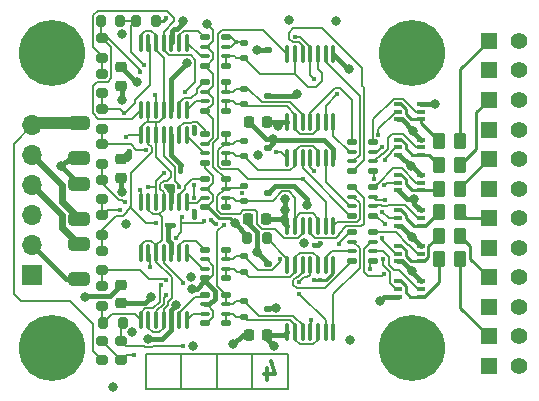
<source format=gbl>
G04 #@! TF.GenerationSoftware,KiCad,Pcbnew,7.0.9-69-ge1c0bddff3*
G04 #@! TF.CreationDate,2024-02-19T10:17:23+01:00*
G04 #@! TF.ProjectId,ASP_Display,4153505f-4469-4737-906c-61792e6b6963,rev?*
G04 #@! TF.SameCoordinates,Original*
G04 #@! TF.FileFunction,Copper,L4,Bot*
G04 #@! TF.FilePolarity,Positive*
%FSLAX46Y46*%
G04 Gerber Fmt 4.6, Leading zero omitted, Abs format (unit mm)*
G04 Created by KiCad (PCBNEW 7.0.9-69-ge1c0bddff3) date 2024-02-19 10:17:23*
%MOMM*%
%LPD*%
G01*
G04 APERTURE LIST*
G04 Aperture macros list*
%AMRoundRect*
0 Rectangle with rounded corners*
0 $1 Rounding radius*
0 $2 $3 $4 $5 $6 $7 $8 $9 X,Y pos of 4 corners*
0 Add a 4 corners polygon primitive as box body*
4,1,4,$2,$3,$4,$5,$6,$7,$8,$9,$2,$3,0*
0 Add four circle primitives for the rounded corners*
1,1,$1+$1,$2,$3*
1,1,$1+$1,$4,$5*
1,1,$1+$1,$6,$7*
1,1,$1+$1,$8,$9*
0 Add four rect primitives between the rounded corners*
20,1,$1+$1,$2,$3,$4,$5,0*
20,1,$1+$1,$4,$5,$6,$7,0*
20,1,$1+$1,$6,$7,$8,$9,0*
20,1,$1+$1,$8,$9,$2,$3,0*%
G04 Aperture macros list end*
G04 #@! TA.AperFunction,NonConductor*
%ADD10C,0.200000*%
G04 #@! TD*
%ADD11C,0.300000*%
G04 #@! TA.AperFunction,NonConductor*
%ADD12C,0.300000*%
G04 #@! TD*
G04 #@! TA.AperFunction,ComponentPad*
%ADD13C,5.600000*%
G04 #@! TD*
G04 #@! TA.AperFunction,ComponentPad*
%ADD14R,1.400000X1.400000*%
G04 #@! TD*
G04 #@! TA.AperFunction,ComponentPad*
%ADD15C,1.400000*%
G04 #@! TD*
G04 #@! TA.AperFunction,ComponentPad*
%ADD16R,1.700000X1.700000*%
G04 #@! TD*
G04 #@! TA.AperFunction,ComponentPad*
%ADD17O,1.700000X1.700000*%
G04 #@! TD*
G04 #@! TA.AperFunction,SMDPad,CuDef*
%ADD18RoundRect,0.200000X-0.275000X0.200000X-0.275000X-0.200000X0.275000X-0.200000X0.275000X0.200000X0*%
G04 #@! TD*
G04 #@! TA.AperFunction,SMDPad,CuDef*
%ADD19RoundRect,0.250000X0.262500X0.450000X-0.262500X0.450000X-0.262500X-0.450000X0.262500X-0.450000X0*%
G04 #@! TD*
G04 #@! TA.AperFunction,SMDPad,CuDef*
%ADD20RoundRect,0.225000X0.225000X0.250000X-0.225000X0.250000X-0.225000X-0.250000X0.225000X-0.250000X0*%
G04 #@! TD*
G04 #@! TA.AperFunction,SMDPad,CuDef*
%ADD21RoundRect,0.100000X-0.225000X-0.100000X0.225000X-0.100000X0.225000X0.100000X-0.225000X0.100000X0*%
G04 #@! TD*
G04 #@! TA.AperFunction,SMDPad,CuDef*
%ADD22RoundRect,0.200000X0.200000X0.275000X-0.200000X0.275000X-0.200000X-0.275000X0.200000X-0.275000X0*%
G04 #@! TD*
G04 #@! TA.AperFunction,SMDPad,CuDef*
%ADD23RoundRect,0.100000X0.100000X-0.637500X0.100000X0.637500X-0.100000X0.637500X-0.100000X-0.637500X0*%
G04 #@! TD*
G04 #@! TA.AperFunction,SMDPad,CuDef*
%ADD24RoundRect,0.125000X-0.275000X-0.125000X0.275000X-0.125000X0.275000X0.125000X-0.275000X0.125000X0*%
G04 #@! TD*
G04 #@! TA.AperFunction,SMDPad,CuDef*
%ADD25RoundRect,0.100000X-0.300000X-0.100000X0.300000X-0.100000X0.300000X0.100000X-0.300000X0.100000X0*%
G04 #@! TD*
G04 #@! TA.AperFunction,SMDPad,CuDef*
%ADD26RoundRect,0.100000X-0.100000X0.637500X-0.100000X-0.637500X0.100000X-0.637500X0.100000X0.637500X0*%
G04 #@! TD*
G04 #@! TA.AperFunction,SMDPad,CuDef*
%ADD27RoundRect,0.250000X-0.650000X0.325000X-0.650000X-0.325000X0.650000X-0.325000X0.650000X0.325000X0*%
G04 #@! TD*
G04 #@! TA.AperFunction,SMDPad,CuDef*
%ADD28RoundRect,0.112500X0.237500X-0.112500X0.237500X0.112500X-0.237500X0.112500X-0.237500X-0.112500X0*%
G04 #@! TD*
G04 #@! TA.AperFunction,SMDPad,CuDef*
%ADD29RoundRect,0.225000X-0.250000X0.225000X-0.250000X-0.225000X0.250000X-0.225000X0.250000X0.225000X0*%
G04 #@! TD*
G04 #@! TA.AperFunction,SMDPad,CuDef*
%ADD30RoundRect,0.200000X-0.200000X-0.275000X0.200000X-0.275000X0.200000X0.275000X-0.200000X0.275000X0*%
G04 #@! TD*
G04 #@! TA.AperFunction,SMDPad,CuDef*
%ADD31RoundRect,0.250000X0.650000X-0.325000X0.650000X0.325000X-0.650000X0.325000X-0.650000X-0.325000X0*%
G04 #@! TD*
G04 #@! TA.AperFunction,SMDPad,CuDef*
%ADD32RoundRect,0.225000X0.250000X-0.225000X0.250000X0.225000X-0.250000X0.225000X-0.250000X-0.225000X0*%
G04 #@! TD*
G04 #@! TA.AperFunction,ViaPad*
%ADD33C,0.800000*%
G04 #@! TD*
G04 #@! TA.AperFunction,ViaPad*
%ADD34C,0.400000*%
G04 #@! TD*
G04 #@! TA.AperFunction,Conductor*
%ADD35C,0.150000*%
G04 #@! TD*
G04 #@! TA.AperFunction,Conductor*
%ADD36C,0.250000*%
G04 #@! TD*
G04 #@! TA.AperFunction,Conductor*
%ADD37C,0.400000*%
G04 #@! TD*
G04 #@! TA.AperFunction,Conductor*
%ADD38C,1.000000*%
G04 #@! TD*
G04 #@! TA.AperFunction,Conductor*
%ADD39C,0.600000*%
G04 #@! TD*
G04 APERTURE END LIST*
D10*
X235500000Y-115000000D02*
X238500000Y-115000000D01*
X238500000Y-118000000D01*
X235500000Y-118000000D01*
X235500000Y-115000000D01*
X238500000Y-115000000D02*
X241500000Y-115000000D01*
X241500000Y-118000000D01*
X238500000Y-118000000D01*
X238500000Y-115000000D01*
X232500000Y-115000000D02*
X235500000Y-115000000D01*
X235500000Y-118000000D01*
X232500000Y-118000000D01*
X232500000Y-115000000D01*
X241500000Y-115000000D02*
X244500000Y-115000000D01*
X244500000Y-118000000D01*
X241500000Y-118000000D01*
X241500000Y-115000000D01*
D11*
D12*
X242714285Y-116178328D02*
X242714285Y-117178328D01*
X243071427Y-115606900D02*
X243428570Y-116678328D01*
X243428570Y-116678328D02*
X242499999Y-116678328D01*
D13*
G04 #@! TO.P,REF\u002A\u002A,1*
G04 #@! TO.N,GND*
X224500000Y-114500000D03*
G04 #@! TD*
G04 #@! TO.P,REF\u002A\u002A,1*
G04 #@! TO.N,GND*
X255000000Y-114500000D03*
G04 #@! TD*
G04 #@! TO.P,REF\u002A\u002A,1*
G04 #@! TO.N,GND*
X255000000Y-89500000D03*
G04 #@! TD*
G04 #@! TO.P,REF\u002A\u002A,1*
G04 #@! TO.N,GND*
X224500000Y-89500000D03*
G04 #@! TD*
D14*
G04 #@! TO.P,D16,1,K*
G04 #@! TO.N,Net-(D16-K)*
X261500000Y-98500000D03*
D15*
G04 #@! TO.P,D16,2,A*
G04 #@! TO.N,+5V*
X264040000Y-98500000D03*
G04 #@! TD*
D14*
G04 #@! TO.P,D14,1,K*
G04 #@! TO.N,Net-(D14-K)*
X261500000Y-103500000D03*
D15*
G04 #@! TO.P,D14,2,A*
G04 #@! TO.N,+5V*
X264040000Y-103500000D03*
G04 #@! TD*
D14*
G04 #@! TO.P,D3,1,K*
G04 #@! TO.N,Net-(D3-K)*
X261500000Y-116000000D03*
D15*
G04 #@! TO.P,D3,2,A*
G04 #@! TO.N,+5V*
X264040000Y-116000000D03*
G04 #@! TD*
D14*
G04 #@! TO.P,D25,1,K*
G04 #@! TO.N,Net-(D25-K)*
X261500000Y-91000000D03*
D15*
G04 #@! TO.P,D25,2,A*
G04 #@! TO.N,+5V*
X264040000Y-91000000D03*
G04 #@! TD*
D14*
G04 #@! TO.P,D4,1,K*
G04 #@! TO.N,Net-(D4-K)*
X261500000Y-113500000D03*
D15*
G04 #@! TO.P,D4,2,A*
G04 #@! TO.N,+5V*
X264040000Y-113500000D03*
G04 #@! TD*
D14*
G04 #@! TO.P,D17,1,K*
G04 #@! TO.N,Net-(D17-K)*
X261500000Y-96000000D03*
D15*
G04 #@! TO.P,D17,2,A*
G04 #@! TO.N,+5V*
X264040000Y-96000000D03*
G04 #@! TD*
D14*
G04 #@! TO.P,D13,1,K*
G04 #@! TO.N,Net-(D13-K)*
X261500000Y-106000000D03*
D15*
G04 #@! TO.P,D13,2,A*
G04 #@! TO.N,+5V*
X264040000Y-106000000D03*
G04 #@! TD*
D14*
G04 #@! TO.P,D6,1,K*
G04 #@! TO.N,Net-(D6-K)*
X261500000Y-108500000D03*
D15*
G04 #@! TO.P,D6,2,A*
G04 #@! TO.N,+5V*
X264040000Y-108500000D03*
G04 #@! TD*
D14*
G04 #@! TO.P,D18,1,K*
G04 #@! TO.N,Net-(D18-K)*
X261500000Y-93500000D03*
D15*
G04 #@! TO.P,D18,2,A*
G04 #@! TO.N,+5V*
X264040000Y-93500000D03*
G04 #@! TD*
D14*
G04 #@! TO.P,D26,1,K*
G04 #@! TO.N,Net-(D26-K)*
X261500000Y-88500000D03*
D15*
G04 #@! TO.P,D26,2,A*
G04 #@! TO.N,+5V*
X264040000Y-88500000D03*
G04 #@! TD*
D16*
G04 #@! TO.P,J1,1,Pin_1*
G04 #@! TO.N,Net-(J1-Pin_1)*
X222875000Y-108350000D03*
D17*
G04 #@! TO.P,J1,2,Pin_2*
G04 #@! TO.N,GND*
X222875000Y-105810000D03*
G04 #@! TO.P,J1,3,Pin_3*
G04 #@! TO.N,unconnected-(J1-Pin_3-Pad3)*
X222875000Y-103270000D03*
G04 #@! TO.P,J1,4,Pin_4*
G04 #@! TO.N,VCC*
X222875000Y-100730000D03*
G04 #@! TO.P,J1,5,Pin_5*
G04 #@! TO.N,VEE*
X222875000Y-98190000D03*
G04 #@! TO.P,J1,6,Pin_6*
G04 #@! TO.N,+5V*
X222875000Y-95650000D03*
G04 #@! TD*
D14*
G04 #@! TO.P,D15,1,K*
G04 #@! TO.N,Net-(D15-K)*
X261500000Y-101000000D03*
D15*
G04 #@! TO.P,D15,2,A*
G04 #@! TO.N,+5V*
X264040000Y-101000000D03*
G04 #@! TD*
D14*
G04 #@! TO.P,D5,1,K*
G04 #@! TO.N,Net-(D5-K)*
X261500000Y-111000000D03*
D15*
G04 #@! TO.P,D5,2,A*
G04 #@! TO.N,+5V*
X264040000Y-111000000D03*
G04 #@! TD*
D18*
G04 #@! TO.P,R21,1*
G04 #@! TO.N,Net-(U11D-+)*
X228800000Y-103275000D03*
G04 #@! TO.P,R21,2*
G04 #@! TO.N,Net-(U11C-+)*
X228800000Y-104925000D03*
G04 #@! TD*
D19*
G04 #@! TO.P,R11,1*
G04 #@! TO.N,Net-(D6-K)*
X259112500Y-105000000D03*
G04 #@! TO.P,R11,2*
G04 #@! TO.N,Net-(Q5-C1)*
X257287500Y-105000000D03*
G04 #@! TD*
D20*
G04 #@! TO.P,C3,1*
G04 #@! TO.N,+5V*
X242775000Y-113400000D03*
G04 #@! TO.P,C3,2*
G04 #@! TO.N,GND*
X241225000Y-113400000D03*
G04 #@! TD*
D21*
G04 #@! TO.P,Q7,1,E1*
G04 #@! TO.N,GND*
X253850000Y-104150000D03*
G04 #@! TO.P,Q7,2,B1*
G04 #@! TO.N,/F.6*
X253850000Y-103500000D03*
G04 #@! TO.P,Q7,3,C2*
G04 #@! TO.N,Net-(Q7-C1)*
X253850000Y-102850000D03*
G04 #@! TO.P,Q7,4,E2*
G04 #@! TO.N,GND*
X255750000Y-102850000D03*
G04 #@! TO.P,Q7,5,B2*
G04 #@! TO.N,/S.6*
X255750000Y-103500000D03*
G04 #@! TO.P,Q7,6,C1*
G04 #@! TO.N,Net-(Q7-C1)*
X255750000Y-104150000D03*
G04 #@! TD*
D22*
G04 #@! TO.P,R12,1*
G04 #@! TO.N,Net-(R12-Pad1)*
X242725000Y-105200000D03*
G04 #@! TO.P,R12,2*
G04 #@! TO.N,+5V*
X241075000Y-105200000D03*
G04 #@! TD*
D18*
G04 #@! TO.P,R16,1*
G04 #@! TO.N,Net-(U10C-+)*
X228800000Y-113875000D03*
G04 #@! TO.P,R16,2*
G04 #@! TO.N,+5V*
X228800000Y-115525000D03*
G04 #@! TD*
D20*
G04 #@! TO.P,C8,1*
G04 #@! TO.N,+5V*
X242675000Y-103600000D03*
G04 #@! TO.P,C8,2*
G04 #@! TO.N,GND*
X241125000Y-103600000D03*
G04 #@! TD*
D21*
G04 #@! TO.P,Q13,1,E1*
G04 #@! TO.N,GND*
X253850000Y-95150000D03*
G04 #@! TO.P,Q13,2,B1*
G04 #@! TO.N,/F.12*
X253850000Y-94500000D03*
G04 #@! TO.P,Q13,3,C2*
G04 #@! TO.N,Net-(Q13-C1)*
X253850000Y-93850000D03*
G04 #@! TO.P,Q13,4,E2*
G04 #@! TO.N,GND*
X255750000Y-93850000D03*
G04 #@! TO.P,Q13,5,B2*
G04 #@! TO.N,/S.12*
X255750000Y-94500000D03*
G04 #@! TO.P,Q13,6,C1*
G04 #@! TO.N,Net-(Q13-C1)*
X255750000Y-95150000D03*
G04 #@! TD*
D23*
G04 #@! TO.P,U7,1*
G04 #@! TO.N,Net-(RN5-R2.1)*
X235950000Y-112162500D03*
G04 #@! TO.P,U7,2*
G04 #@! TO.N,Net-(RN5-R4.1)*
X235300000Y-112162500D03*
G04 #@! TO.P,U7,3,V+*
G04 #@! TO.N,VCC*
X234650000Y-112162500D03*
G04 #@! TO.P,U7,4,-*
G04 #@! TO.N,Net-(U3D--)*
X234000000Y-112162500D03*
G04 #@! TO.P,U7,5,+*
G04 #@! TO.N,Net-(U10B-+)*
X233350000Y-112162500D03*
G04 #@! TO.P,U7,6,-*
G04 #@! TO.N,Net-(U3D--)*
X232700000Y-112162500D03*
G04 #@! TO.P,U7,7,+*
G04 #@! TO.N,Net-(U10A-+)*
X232050000Y-112162500D03*
G04 #@! TO.P,U7,8,-*
G04 #@! TO.N,Net-(U3D--)*
X232050000Y-106437500D03*
G04 #@! TO.P,U7,9,+*
G04 #@! TO.N,Net-(U10C-+)*
X232700000Y-106437500D03*
G04 #@! TO.P,U7,10,-*
G04 #@! TO.N,Net-(U3D--)*
X233350000Y-106437500D03*
G04 #@! TO.P,U7,11,+*
G04 #@! TO.N,Net-(U10D-+)*
X234000000Y-106437500D03*
G04 #@! TO.P,U7,12,V-*
G04 #@! TO.N,VEE*
X234650000Y-106437500D03*
G04 #@! TO.P,U7,13*
G04 #@! TO.N,Net-(RN4-R4.1)*
X235300000Y-106437500D03*
G04 #@! TO.P,U7,14*
G04 #@! TO.N,Net-(RN4-R2.1)*
X235950000Y-106437500D03*
G04 #@! TD*
D24*
G04 #@! TO.P,RN8,1,R1.1*
G04 #@! TO.N,+5V*
X237500000Y-90600000D03*
D25*
G04 #@! TO.P,RN8,2,R2.1*
G04 #@! TO.N,Net-(RN8-R2.1)*
X237500000Y-89800000D03*
G04 #@! TO.P,RN8,3,R3.1*
G04 #@! TO.N,+5V*
X237500000Y-89000000D03*
D24*
G04 #@! TO.P,RN8,4,R4.1*
G04 #@! TO.N,Net-(RN8-R4.1)*
X237500000Y-88200000D03*
G04 #@! TO.P,RN8,5,R4.2*
G04 #@! TO.N,Net-(D11-K2)*
X239300000Y-88200000D03*
D25*
G04 #@! TO.P,RN8,6,R3.2*
X239300000Y-89000000D03*
G04 #@! TO.P,RN8,7,R2.2*
G04 #@! TO.N,Net-(D11-K1)*
X239300000Y-89800000D03*
D24*
G04 #@! TO.P,RN8,8,R1.2*
X239300000Y-90600000D03*
G04 #@! TD*
D26*
G04 #@! TO.P,U5,1*
G04 #@! TO.N,Net-(D8-K2)*
X244450000Y-98437500D03*
G04 #@! TO.P,U5,2*
G04 #@! TO.N,Net-(D9-K1)*
X245100000Y-98437500D03*
G04 #@! TO.P,U5,3*
G04 #@! TO.N,Net-(RN2-R1.1)*
X245750000Y-98437500D03*
G04 #@! TO.P,U5,4*
G04 #@! TO.N,Net-(D9-K2)*
X246400000Y-98437500D03*
G04 #@! TO.P,U5,5*
G04 #@! TO.N,Net-(D9-K1)*
X247050000Y-98437500D03*
G04 #@! TO.P,U5,6*
G04 #@! TO.N,Net-(RN2-R2.1)*
X247700000Y-98437500D03*
G04 #@! TO.P,U5,7,GND*
G04 #@! TO.N,GND*
X248350000Y-98437500D03*
G04 #@! TO.P,U5,8*
G04 #@! TO.N,Net-(RN2-R3.1)*
X248350000Y-104162500D03*
G04 #@! TO.P,U5,9*
G04 #@! TO.N,Net-(D9-K2)*
X247700000Y-104162500D03*
G04 #@! TO.P,U5,10*
G04 #@! TO.N,Net-(D10-K1)*
X247050000Y-104162500D03*
G04 #@! TO.P,U5,11*
G04 #@! TO.N,Net-(RN2-R4.1)*
X246400000Y-104162500D03*
G04 #@! TO.P,U5,12*
G04 #@! TO.N,Net-(D10-K2)*
X245750000Y-104162500D03*
G04 #@! TO.P,U5,13*
G04 #@! TO.N,Net-(D10-K1)*
X245100000Y-104162500D03*
G04 #@! TO.P,U5,14,VCC*
G04 #@! TO.N,+5V*
X244450000Y-104162500D03*
G04 #@! TD*
D27*
G04 #@! TO.P,C6,1*
G04 #@! TO.N,VCC*
X226800000Y-105725000D03*
G04 #@! TO.P,C6,2*
G04 #@! TO.N,GND*
X226800000Y-108675000D03*
G04 #@! TD*
D24*
G04 #@! TO.P,RN7,1,R1.1*
G04 #@! TO.N,+5V*
X237500000Y-102600000D03*
D25*
G04 #@! TO.P,RN7,2,R2.1*
G04 #@! TO.N,Net-(RN7-R2.1)*
X237500000Y-101800000D03*
G04 #@! TO.P,RN7,3,R3.1*
G04 #@! TO.N,+5V*
X237500000Y-101000000D03*
D24*
G04 #@! TO.P,RN7,4,R4.1*
G04 #@! TO.N,Net-(RN7-R4.1)*
X237500000Y-100200000D03*
G04 #@! TO.P,RN7,5,R4.2*
G04 #@! TO.N,Net-(D10-K2)*
X239300000Y-100200000D03*
D25*
G04 #@! TO.P,RN7,6,R3.2*
X239300000Y-101000000D03*
G04 #@! TO.P,RN7,7,R2.2*
G04 #@! TO.N,Net-(D10-K1)*
X239300000Y-101800000D03*
D24*
G04 #@! TO.P,RN7,8,R1.2*
X239300000Y-102600000D03*
G04 #@! TD*
D18*
G04 #@! TO.P,R19,1*
G04 #@! TO.N,Net-(U10B-+)*
X228800000Y-109275000D03*
G04 #@! TO.P,R19,2*
G04 #@! TO.N,Net-(U10A-+)*
X228800000Y-110925000D03*
G04 #@! TD*
D19*
G04 #@! TO.P,R33,1*
G04 #@! TO.N,Net-(D26-K)*
X259112500Y-97000000D03*
G04 #@! TO.P,R33,2*
G04 #@! TO.N,Net-(Q13-C1)*
X257287500Y-97000000D03*
G04 #@! TD*
D23*
G04 #@! TO.P,U8,1*
G04 #@! TO.N,Net-(RN7-R2.1)*
X235950000Y-102162500D03*
G04 #@! TO.P,U8,2*
G04 #@! TO.N,Net-(RN7-R4.1)*
X235300000Y-102162500D03*
G04 #@! TO.P,U8,3,V+*
G04 #@! TO.N,VCC*
X234650000Y-102162500D03*
G04 #@! TO.P,U8,4,-*
G04 #@! TO.N,Net-(U3D--)*
X234000000Y-102162500D03*
G04 #@! TO.P,U8,5,+*
G04 #@! TO.N,Net-(U11B-+)*
X233350000Y-102162500D03*
G04 #@! TO.P,U8,6,-*
G04 #@! TO.N,Net-(U3D--)*
X232700000Y-102162500D03*
G04 #@! TO.P,U8,7,+*
G04 #@! TO.N,Net-(U11A-+)*
X232050000Y-102162500D03*
G04 #@! TO.P,U8,8,-*
G04 #@! TO.N,Net-(U3D--)*
X232050000Y-96437500D03*
G04 #@! TO.P,U8,9,+*
G04 #@! TO.N,Net-(U11C-+)*
X232700000Y-96437500D03*
G04 #@! TO.P,U8,10,-*
G04 #@! TO.N,Net-(U3D--)*
X233350000Y-96437500D03*
G04 #@! TO.P,U8,11,+*
G04 #@! TO.N,Net-(U11D-+)*
X234000000Y-96437500D03*
G04 #@! TO.P,U8,12,V-*
G04 #@! TO.N,VEE*
X234650000Y-96437500D03*
G04 #@! TO.P,U8,13*
G04 #@! TO.N,Net-(RN6-R4.1)*
X235300000Y-96437500D03*
G04 #@! TO.P,U8,14*
G04 #@! TO.N,Net-(RN6-R2.1)*
X235950000Y-96437500D03*
G04 #@! TD*
D28*
G04 #@! TO.P,D9,1,K1*
G04 #@! TO.N,Net-(D9-K1)*
X240800000Y-98250000D03*
G04 #@! TO.P,D9,2,K2*
G04 #@! TO.N,Net-(D9-K2)*
X240800000Y-96950000D03*
G04 #@! TO.P,D9,3,A*
G04 #@! TO.N,GND*
X242800000Y-97600000D03*
G04 #@! TD*
D24*
G04 #@! TO.P,RN6,1,R1.1*
G04 #@! TO.N,+5V*
X237500000Y-98800000D03*
D25*
G04 #@! TO.P,RN6,2,R2.1*
G04 #@! TO.N,Net-(RN6-R2.1)*
X237500000Y-98000000D03*
G04 #@! TO.P,RN6,3,R3.1*
G04 #@! TO.N,+5V*
X237500000Y-97200000D03*
D24*
G04 #@! TO.P,RN6,4,R4.1*
G04 #@! TO.N,Net-(RN6-R4.1)*
X237500000Y-96400000D03*
G04 #@! TO.P,RN6,5,R4.2*
G04 #@! TO.N,Net-(D9-K2)*
X239300000Y-96400000D03*
D25*
G04 #@! TO.P,RN6,6,R3.2*
X239300000Y-97200000D03*
G04 #@! TO.P,RN6,7,R2.2*
G04 #@! TO.N,Net-(D9-K1)*
X239300000Y-98000000D03*
D24*
G04 #@! TO.P,RN6,8,R1.2*
X239300000Y-98800000D03*
G04 #@! TD*
D29*
G04 #@! TO.P,C18,1*
G04 #@! TO.N,VEE*
X230400000Y-109125000D03*
G04 #@! TO.P,C18,2*
G04 #@! TO.N,VCC*
X230400000Y-110675000D03*
G04 #@! TD*
D21*
G04 #@! TO.P,Q5,1,E1*
G04 #@! TO.N,GND*
X253850000Y-107150000D03*
G04 #@! TO.P,Q5,2,B1*
G04 #@! TO.N,/F.4*
X253850000Y-106500000D03*
G04 #@! TO.P,Q5,3,C2*
G04 #@! TO.N,Net-(Q5-C1)*
X253850000Y-105850000D03*
G04 #@! TO.P,Q5,4,E2*
G04 #@! TO.N,GND*
X255750000Y-105850000D03*
G04 #@! TO.P,Q5,5,B2*
G04 #@! TO.N,/S.4*
X255750000Y-106500000D03*
G04 #@! TO.P,Q5,6,C1*
G04 #@! TO.N,Net-(Q5-C1)*
X255750000Y-107150000D03*
G04 #@! TD*
D26*
G04 #@! TO.P,U6,1*
G04 #@! TO.N,Net-(D10-K2)*
X244450000Y-89637500D03*
G04 #@! TO.P,U6,2*
G04 #@! TO.N,Net-(D11-K1)*
X245100000Y-89637500D03*
G04 #@! TO.P,U6,3*
G04 #@! TO.N,Net-(RN3-R1.1)*
X245750000Y-89637500D03*
G04 #@! TO.P,U6,4*
G04 #@! TO.N,Net-(D11-K2)*
X246400000Y-89637500D03*
G04 #@! TO.P,U6,5*
G04 #@! TO.N,Net-(D11-K1)*
X247050000Y-89637500D03*
G04 #@! TO.P,U6,6*
G04 #@! TO.N,Net-(RN3-R2.1)*
X247700000Y-89637500D03*
G04 #@! TO.P,U6,7,GND*
G04 #@! TO.N,GND*
X248350000Y-89637500D03*
G04 #@! TO.P,U6,8*
G04 #@! TO.N,Net-(RN3-R3.1)*
X248350000Y-95362500D03*
G04 #@! TO.P,U6,9*
G04 #@! TO.N,Net-(D11-K2)*
X247700000Y-95362500D03*
G04 #@! TO.P,U6,10*
G04 #@! TO.N,Net-(D12-K1)*
X247050000Y-95362500D03*
G04 #@! TO.P,U6,11*
G04 #@! TO.N,Net-(RN3-R4.1)*
X246400000Y-95362500D03*
G04 #@! TO.P,U6,12*
G04 #@! TO.N,Net-(D12-K2)*
X245750000Y-95362500D03*
G04 #@! TO.P,U6,13*
G04 #@! TO.N,Net-(D12-K1)*
X245100000Y-95362500D03*
G04 #@! TO.P,U6,14,VCC*
G04 #@! TO.N,+5V*
X244450000Y-95362500D03*
G04 #@! TD*
D18*
G04 #@! TO.P,R17,1*
G04 #@! TO.N,Net-(U10D-+)*
X230400000Y-113875000D03*
G04 #@! TO.P,R17,2*
G04 #@! TO.N,Net-(U10C-+)*
X230400000Y-115525000D03*
G04 #@! TD*
D24*
G04 #@! TO.P,RN4,1,R1.1*
G04 #@! TO.N,+5V*
X237500000Y-108600000D03*
D25*
G04 #@! TO.P,RN4,2,R2.1*
G04 #@! TO.N,Net-(RN4-R2.1)*
X237500000Y-107800000D03*
G04 #@! TO.P,RN4,3,R3.1*
G04 #@! TO.N,+5V*
X237500000Y-107000000D03*
D24*
G04 #@! TO.P,RN4,4,R4.1*
G04 #@! TO.N,Net-(RN4-R4.1)*
X237500000Y-106200000D03*
G04 #@! TO.P,RN4,5,R4.2*
G04 #@! TO.N,Net-(D7-K2)*
X239300000Y-106200000D03*
D25*
G04 #@! TO.P,RN4,6,R3.2*
X239300000Y-107000000D03*
G04 #@! TO.P,RN4,7,R2.2*
G04 #@! TO.N,Net-(D7-K1)*
X239300000Y-107800000D03*
D24*
G04 #@! TO.P,RN4,8,R1.2*
X239300000Y-108600000D03*
G04 #@! TD*
G04 #@! TO.P,RN2,1,R1.1*
G04 #@! TO.N,Net-(RN2-R1.1)*
X249900000Y-103300000D03*
D25*
G04 #@! TO.P,RN2,2,R2.1*
G04 #@! TO.N,Net-(RN2-R2.1)*
X249900000Y-102500000D03*
G04 #@! TO.P,RN2,3,R3.1*
G04 #@! TO.N,Net-(RN2-R3.1)*
X249900000Y-101700000D03*
D24*
G04 #@! TO.P,RN2,4,R4.1*
G04 #@! TO.N,Net-(RN2-R4.1)*
X249900000Y-100900000D03*
G04 #@! TO.P,RN2,5,R4.2*
G04 #@! TO.N,/S.8*
X251700000Y-100900000D03*
D25*
G04 #@! TO.P,RN2,6,R3.2*
G04 #@! TO.N,/S.7*
X251700000Y-101700000D03*
G04 #@! TO.P,RN2,7,R2.2*
G04 #@! TO.N,/S.6*
X251700000Y-102500000D03*
D24*
G04 #@! TO.P,RN2,8,R1.2*
G04 #@! TO.N,/S.5*
X251700000Y-103300000D03*
G04 #@! TD*
D27*
G04 #@! TO.P,C1,1*
G04 #@! TO.N,+5V*
X226800000Y-95425000D03*
G04 #@! TO.P,C1,2*
G04 #@! TO.N,GND*
X226800000Y-98375000D03*
G04 #@! TD*
D28*
G04 #@! TO.P,D10,1,K1*
G04 #@! TO.N,Net-(D10-K1)*
X240800000Y-102050000D03*
G04 #@! TO.P,D10,2,K2*
G04 #@! TO.N,Net-(D10-K2)*
X240800000Y-100750000D03*
G04 #@! TO.P,D10,3,A*
G04 #@! TO.N,GND*
X242800000Y-101400000D03*
G04 #@! TD*
D26*
G04 #@! TO.P,U2,1*
G04 #@! TO.N,Net-(R12-Pad1)*
X244450000Y-107437500D03*
G04 #@! TO.P,U2,2*
G04 #@! TO.N,Net-(D7-K1)*
X245100000Y-107437500D03*
G04 #@! TO.P,U2,3*
G04 #@! TO.N,Net-(RN1-R1.1)*
X245750000Y-107437500D03*
G04 #@! TO.P,U2,4*
G04 #@! TO.N,Net-(D7-K2)*
X246400000Y-107437500D03*
G04 #@! TO.P,U2,5*
G04 #@! TO.N,Net-(D7-K1)*
X247050000Y-107437500D03*
G04 #@! TO.P,U2,6*
G04 #@! TO.N,Net-(RN1-R2.1)*
X247700000Y-107437500D03*
G04 #@! TO.P,U2,7,GND*
G04 #@! TO.N,GND*
X248350000Y-107437500D03*
G04 #@! TO.P,U2,8*
G04 #@! TO.N,Net-(RN1-R3.1)*
X248350000Y-113162500D03*
G04 #@! TO.P,U2,9*
G04 #@! TO.N,Net-(D7-K2)*
X247700000Y-113162500D03*
G04 #@! TO.P,U2,10*
G04 #@! TO.N,Net-(D8-K1)*
X247050000Y-113162500D03*
G04 #@! TO.P,U2,11*
G04 #@! TO.N,Net-(RN1-R4.1)*
X246400000Y-113162500D03*
G04 #@! TO.P,U2,12*
G04 #@! TO.N,Net-(D8-K2)*
X245750000Y-113162500D03*
G04 #@! TO.P,U2,13*
G04 #@! TO.N,Net-(D8-K1)*
X245100000Y-113162500D03*
G04 #@! TO.P,U2,14,VCC*
G04 #@! TO.N,+5V*
X244450000Y-113162500D03*
G04 #@! TD*
D23*
G04 #@! TO.P,U9,1*
G04 #@! TO.N,Net-(RN9-R2.1)*
X235950000Y-94362500D03*
G04 #@! TO.P,U9,2*
G04 #@! TO.N,Net-(RN9-R4.1)*
X235300000Y-94362500D03*
G04 #@! TO.P,U9,3,V+*
G04 #@! TO.N,VCC*
X234650000Y-94362500D03*
G04 #@! TO.P,U9,4,-*
G04 #@! TO.N,Net-(U3D--)*
X234000000Y-94362500D03*
G04 #@! TO.P,U9,5,+*
G04 #@! TO.N,Net-(U12B-+)*
X233350000Y-94362500D03*
G04 #@! TO.P,U9,6,-*
G04 #@! TO.N,Net-(U3D--)*
X232700000Y-94362500D03*
G04 #@! TO.P,U9,7,+*
G04 #@! TO.N,Net-(U12A-+)*
X232050000Y-94362500D03*
G04 #@! TO.P,U9,8,-*
G04 #@! TO.N,Net-(U3D--)*
X232050000Y-88637500D03*
G04 #@! TO.P,U9,9,+*
G04 #@! TO.N,Net-(U12C-+)*
X232700000Y-88637500D03*
G04 #@! TO.P,U9,10,-*
G04 #@! TO.N,Net-(U3D--)*
X233350000Y-88637500D03*
G04 #@! TO.P,U9,11,+*
G04 #@! TO.N,Net-(U12D-+)*
X234000000Y-88637500D03*
G04 #@! TO.P,U9,12,V-*
G04 #@! TO.N,VEE*
X234650000Y-88637500D03*
G04 #@! TO.P,U9,13*
G04 #@! TO.N,Net-(RN8-R4.1)*
X235300000Y-88637500D03*
G04 #@! TO.P,U9,14*
G04 #@! TO.N,Net-(RN8-R2.1)*
X235950000Y-88637500D03*
G04 #@! TD*
D18*
G04 #@! TO.P,R26,1*
G04 #@! TO.N,Net-(U12A-+)*
X228800000Y-88275000D03*
G04 #@! TO.P,R26,2*
G04 #@! TO.N,Net-(U12D-+)*
X228800000Y-89925000D03*
G04 #@! TD*
D21*
G04 #@! TO.P,Q11,1,E1*
G04 #@! TO.N,GND*
X253850000Y-98150000D03*
G04 #@! TO.P,Q11,2,B1*
G04 #@! TO.N,/F.10*
X253850000Y-97500000D03*
G04 #@! TO.P,Q11,3,C2*
G04 #@! TO.N,Net-(Q11-C1)*
X253850000Y-96850000D03*
G04 #@! TO.P,Q11,4,E2*
G04 #@! TO.N,GND*
X255750000Y-96850000D03*
G04 #@! TO.P,Q11,5,B2*
G04 #@! TO.N,/S.10*
X255750000Y-97500000D03*
G04 #@! TO.P,Q11,6,C1*
G04 #@! TO.N,Net-(Q11-C1)*
X255750000Y-98150000D03*
G04 #@! TD*
D30*
G04 #@! TO.P,R18,1*
G04 #@! TO.N,Net-(U10A-+)*
X228875000Y-112400000D03*
G04 #@! TO.P,R18,2*
G04 #@! TO.N,Net-(U10D-+)*
X230525000Y-112400000D03*
G04 #@! TD*
D24*
G04 #@! TO.P,RN9,1,R1.1*
G04 #@! TO.N,+5V*
X237500000Y-94400000D03*
D25*
G04 #@! TO.P,RN9,2,R2.1*
G04 #@! TO.N,Net-(RN9-R2.1)*
X237500000Y-93600000D03*
G04 #@! TO.P,RN9,3,R3.1*
G04 #@! TO.N,+5V*
X237500000Y-92800000D03*
D24*
G04 #@! TO.P,RN9,4,R4.1*
G04 #@! TO.N,Net-(RN9-R4.1)*
X237500000Y-92000000D03*
G04 #@! TO.P,RN9,5,R4.2*
G04 #@! TO.N,Net-(D12-K2)*
X239300000Y-92000000D03*
D25*
G04 #@! TO.P,RN9,6,R3.2*
X239300000Y-92800000D03*
G04 #@! TO.P,RN9,7,R2.2*
G04 #@! TO.N,Net-(D12-K1)*
X239300000Y-93600000D03*
D24*
G04 #@! TO.P,RN9,8,R1.2*
X239300000Y-94400000D03*
G04 #@! TD*
D22*
G04 #@! TO.P,R28,1*
G04 #@! TO.N,GND*
X233325000Y-86800000D03*
G04 #@! TO.P,R28,2*
G04 #@! TO.N,Net-(U12B-+)*
X231675000Y-86800000D03*
G04 #@! TD*
D29*
G04 #@! TO.P,C17,1*
G04 #@! TO.N,VEE*
X230400000Y-98525000D03*
G04 #@! TO.P,C17,2*
G04 #@! TO.N,VCC*
X230400000Y-100075000D03*
G04 #@! TD*
D22*
G04 #@! TO.P,R27,1*
G04 #@! TO.N,Net-(U12B-+)*
X230325000Y-86800000D03*
G04 #@! TO.P,R27,2*
G04 #@! TO.N,Net-(U12A-+)*
X228675000Y-86800000D03*
G04 #@! TD*
D18*
G04 #@! TO.P,R23,1*
G04 #@! TO.N,Net-(U11B-+)*
X228800000Y-97250000D03*
G04 #@! TO.P,R23,2*
G04 #@! TO.N,Net-(U11A-+)*
X228800000Y-98900000D03*
G04 #@! TD*
D24*
G04 #@! TO.P,RN3,1,R1.1*
G04 #@! TO.N,Net-(RN3-R1.1)*
X249900000Y-99500000D03*
D25*
G04 #@! TO.P,RN3,2,R2.1*
G04 #@! TO.N,Net-(RN3-R2.1)*
X249900000Y-98700000D03*
G04 #@! TO.P,RN3,3,R3.1*
G04 #@! TO.N,Net-(RN3-R3.1)*
X249900000Y-97900000D03*
D24*
G04 #@! TO.P,RN3,4,R4.1*
G04 #@! TO.N,Net-(RN3-R4.1)*
X249900000Y-97100000D03*
G04 #@! TO.P,RN3,5,R4.2*
G04 #@! TO.N,/S.12*
X251700000Y-97100000D03*
D25*
G04 #@! TO.P,RN3,6,R3.2*
G04 #@! TO.N,/S.11*
X251700000Y-97900000D03*
G04 #@! TO.P,RN3,7,R2.2*
G04 #@! TO.N,/S.10*
X251700000Y-98700000D03*
D24*
G04 #@! TO.P,RN3,8,R1.2*
G04 #@! TO.N,/S.9*
X251700000Y-99500000D03*
G04 #@! TD*
D28*
G04 #@! TO.P,D12,1,K1*
G04 #@! TO.N,Net-(D12-K1)*
X240800000Y-93850000D03*
G04 #@! TO.P,D12,2,K2*
G04 #@! TO.N,Net-(D12-K2)*
X240800000Y-92550000D03*
G04 #@! TO.P,D12,3,A*
G04 #@! TO.N,GND*
X242800000Y-93200000D03*
G04 #@! TD*
D24*
G04 #@! TO.P,RN1,1,R1.1*
G04 #@! TO.N,Net-(RN1-R1.1)*
X249900000Y-107100000D03*
D25*
G04 #@! TO.P,RN1,2,R2.1*
G04 #@! TO.N,Net-(RN1-R2.1)*
X249900000Y-106300000D03*
G04 #@! TO.P,RN1,3,R3.1*
G04 #@! TO.N,Net-(RN1-R3.1)*
X249900000Y-105500000D03*
D24*
G04 #@! TO.P,RN1,4,R4.1*
G04 #@! TO.N,Net-(RN1-R4.1)*
X249900000Y-104700000D03*
G04 #@! TO.P,RN1,5,R4.2*
G04 #@! TO.N,/S.4*
X251700000Y-104700000D03*
D25*
G04 #@! TO.P,RN1,6,R3.2*
G04 #@! TO.N,/S.3*
X251700000Y-105500000D03*
G04 #@! TO.P,RN1,7,R2.2*
G04 #@! TO.N,/S.2*
X251700000Y-106300000D03*
D24*
G04 #@! TO.P,RN1,8,R1.2*
G04 #@! TO.N,/S.1*
X251700000Y-107100000D03*
G04 #@! TD*
D28*
G04 #@! TO.P,D8,1,K1*
G04 #@! TO.N,Net-(D8-K1)*
X240800000Y-111850000D03*
G04 #@! TO.P,D8,2,K2*
G04 #@! TO.N,Net-(D8-K2)*
X240800000Y-110550000D03*
G04 #@! TO.P,D8,3,A*
G04 #@! TO.N,GND*
X242800000Y-111200000D03*
G04 #@! TD*
D31*
G04 #@! TO.P,C9,1*
G04 #@! TO.N,VEE*
X226800000Y-103575000D03*
G04 #@! TO.P,C9,2*
G04 #@! TO.N,GND*
X226800000Y-100625000D03*
G04 #@! TD*
D18*
G04 #@! TO.P,R24,1*
G04 #@! TO.N,Net-(U12C-+)*
X228800000Y-94275000D03*
G04 #@! TO.P,R24,2*
G04 #@! TO.N,Net-(U11B-+)*
X228800000Y-95925000D03*
G04 #@! TD*
D28*
G04 #@! TO.P,D11,1,K1*
G04 #@! TO.N,Net-(D11-K1)*
X240800000Y-89950000D03*
G04 #@! TO.P,D11,2,K2*
G04 #@! TO.N,Net-(D11-K2)*
X240800000Y-88650000D03*
G04 #@! TO.P,D11,3,A*
G04 #@! TO.N,GND*
X242800000Y-89300000D03*
G04 #@! TD*
D18*
G04 #@! TO.P,R20,1*
G04 #@! TO.N,Net-(U11C-+)*
X228800000Y-106275000D03*
G04 #@! TO.P,R20,2*
G04 #@! TO.N,Net-(U10B-+)*
X228800000Y-107925000D03*
G04 #@! TD*
D19*
G04 #@! TO.P,R31,1*
G04 #@! TO.N,Net-(D18-K)*
X259112500Y-99000000D03*
G04 #@! TO.P,R31,2*
G04 #@! TO.N,Net-(Q11-C1)*
X257287500Y-99000000D03*
G04 #@! TD*
D18*
G04 #@! TO.P,R22,1*
G04 #@! TO.N,Net-(U11A-+)*
X228800000Y-100275000D03*
G04 #@! TO.P,R22,2*
G04 #@! TO.N,Net-(U11D-+)*
X228800000Y-101925000D03*
G04 #@! TD*
D32*
G04 #@! TO.P,C16,1*
G04 #@! TO.N,VEE*
X230400000Y-92275000D03*
G04 #@! TO.P,C16,2*
G04 #@! TO.N,VCC*
X230400000Y-90725000D03*
G04 #@! TD*
D19*
G04 #@! TO.P,R14,1*
G04 #@! TO.N,Net-(D14-K)*
X259112500Y-103000000D03*
G04 #@! TO.P,R14,2*
G04 #@! TO.N,Net-(Q7-C1)*
X257287500Y-103000000D03*
G04 #@! TD*
G04 #@! TO.P,R29,1*
G04 #@! TO.N,Net-(D16-K)*
X259112500Y-101000000D03*
G04 #@! TO.P,R29,2*
G04 #@! TO.N,Net-(Q9-C1)*
X257287500Y-101000000D03*
G04 #@! TD*
D28*
G04 #@! TO.P,D7,1,K1*
G04 #@! TO.N,Net-(D7-K1)*
X240800000Y-108050000D03*
G04 #@! TO.P,D7,2,K2*
G04 #@! TO.N,Net-(D7-K2)*
X240800000Y-106750000D03*
G04 #@! TO.P,D7,3,A*
G04 #@! TO.N,GND*
X242800000Y-107400000D03*
G04 #@! TD*
D21*
G04 #@! TO.P,Q9,1,E1*
G04 #@! TO.N,GND*
X253850000Y-101150000D03*
G04 #@! TO.P,Q9,2,B1*
G04 #@! TO.N,/F.8*
X253850000Y-100500000D03*
G04 #@! TO.P,Q9,3,C2*
G04 #@! TO.N,Net-(Q9-C1)*
X253850000Y-99850000D03*
G04 #@! TO.P,Q9,4,E2*
G04 #@! TO.N,GND*
X255750000Y-99850000D03*
G04 #@! TO.P,Q9,5,B2*
G04 #@! TO.N,/S.8*
X255750000Y-100500000D03*
G04 #@! TO.P,Q9,6,C1*
G04 #@! TO.N,Net-(Q9-C1)*
X255750000Y-101150000D03*
G04 #@! TD*
D19*
G04 #@! TO.P,R9,1*
G04 #@! TO.N,Net-(D4-K)*
X259112500Y-107000000D03*
G04 #@! TO.P,R9,2*
G04 #@! TO.N,Net-(Q3-C1)*
X257287500Y-107000000D03*
G04 #@! TD*
D24*
G04 #@! TO.P,RN5,1,R1.1*
G04 #@! TO.N,+5V*
X237500000Y-112400000D03*
D25*
G04 #@! TO.P,RN5,2,R2.1*
G04 #@! TO.N,Net-(RN5-R2.1)*
X237500000Y-111600000D03*
G04 #@! TO.P,RN5,3,R3.1*
G04 #@! TO.N,+5V*
X237500000Y-110800000D03*
D24*
G04 #@! TO.P,RN5,4,R4.1*
G04 #@! TO.N,Net-(RN5-R4.1)*
X237500000Y-110000000D03*
G04 #@! TO.P,RN5,5,R4.2*
G04 #@! TO.N,Net-(D8-K2)*
X239300000Y-110000000D03*
D25*
G04 #@! TO.P,RN5,6,R3.2*
X239300000Y-110800000D03*
G04 #@! TO.P,RN5,7,R2.2*
G04 #@! TO.N,Net-(D8-K1)*
X239300000Y-111600000D03*
D24*
G04 #@! TO.P,RN5,8,R1.2*
X239300000Y-112400000D03*
G04 #@! TD*
D18*
G04 #@! TO.P,R25,1*
G04 #@! TO.N,Net-(U12D-+)*
X228800000Y-91275000D03*
G04 #@! TO.P,R25,2*
G04 #@! TO.N,Net-(U12C-+)*
X228800000Y-92925000D03*
G04 #@! TD*
D20*
G04 #@! TO.P,C10,1*
G04 #@! TO.N,+5V*
X242775000Y-95400000D03*
G04 #@! TO.P,C10,2*
G04 #@! TO.N,GND*
X241225000Y-95400000D03*
G04 #@! TD*
D21*
G04 #@! TO.P,Q3,1,E1*
G04 #@! TO.N,GND*
X253850000Y-110150000D03*
G04 #@! TO.P,Q3,2,B1*
G04 #@! TO.N,/F.2*
X253850000Y-109500000D03*
G04 #@! TO.P,Q3,3,C2*
G04 #@! TO.N,Net-(Q3-C1)*
X253850000Y-108850000D03*
G04 #@! TO.P,Q3,4,E2*
G04 #@! TO.N,GND*
X255750000Y-108850000D03*
G04 #@! TO.P,Q3,5,B2*
G04 #@! TO.N,/S.2*
X255750000Y-109500000D03*
G04 #@! TO.P,Q3,6,C1*
G04 #@! TO.N,Net-(Q3-C1)*
X255750000Y-110150000D03*
G04 #@! TD*
D33*
G04 #@! TO.N,GND*
X229699660Y-117777658D03*
D34*
X234216069Y-86533931D03*
D33*
X230471000Y-87903739D03*
G04 #@! TO.N,+5V*
X243700000Y-95700000D03*
D34*
X240600000Y-101400000D03*
D33*
X240000000Y-103900000D03*
X244293040Y-101921542D03*
X244600000Y-86700000D03*
D34*
X246700000Y-105750000D03*
D33*
X236400000Y-109500000D03*
X237700000Y-87100000D03*
D34*
X247200000Y-105650000D03*
D33*
X244274507Y-102786344D03*
X243300000Y-114300500D03*
X242016737Y-98169761D03*
G04 #@! TO.N,GND*
X249700000Y-90900000D03*
X243291656Y-96799500D03*
X249800000Y-113800000D03*
X225300000Y-99100000D03*
X245300000Y-93000000D03*
X248600000Y-86800000D03*
X245900000Y-105600000D03*
X241900000Y-89300000D03*
X255000000Y-105100000D03*
X255100000Y-96100000D03*
X252300000Y-110500000D03*
X257000000Y-93800000D03*
X254904270Y-99095730D03*
X255200000Y-101900000D03*
X241900000Y-106400000D03*
X243500000Y-111100000D03*
X246158431Y-102425500D03*
D34*
X247200000Y-108700000D03*
D33*
X239900000Y-114200000D03*
X255000000Y-108000000D03*
D34*
X246700000Y-108700000D03*
G04 #@! TO.N,VCC*
X236600000Y-102900000D03*
D33*
X232704008Y-113724228D03*
X230813381Y-104011554D03*
X236300000Y-108500000D03*
D34*
X236600000Y-103400000D03*
D33*
X230500000Y-101300000D03*
X236000000Y-90400000D03*
D34*
X234700000Y-100800000D03*
D33*
X235045177Y-110839879D03*
X231700000Y-92000000D03*
D34*
X234200000Y-100800000D03*
D33*
X232900000Y-110200000D03*
D34*
G04 #@! TO.N,VEE*
X238400000Y-104000000D03*
X235400000Y-99500000D03*
D33*
X231354807Y-113167487D03*
X227300000Y-110200000D03*
X230500000Y-93500000D03*
D34*
X231100000Y-97800000D03*
X236600000Y-95800000D03*
X235450500Y-99000000D03*
X234300000Y-104100000D03*
X231100000Y-98300000D03*
X238000000Y-103700000D03*
D33*
X236440110Y-114299817D03*
D34*
X236600000Y-96300000D03*
D33*
X235629227Y-86850713D03*
D34*
X234800000Y-104100000D03*
G04 #@! TO.N,Net-(D7-K2)*
X243850500Y-107000000D03*
X245450500Y-109900000D03*
X245450500Y-108931024D03*
G04 #@! TO.N,Net-(D8-K2)*
X239100000Y-104048537D03*
X243511991Y-97904861D03*
G04 #@! TO.N,Net-(D9-K2)*
X245800000Y-100200000D03*
X246696743Y-99505536D03*
G04 #@! TO.N,Net-(D11-K2)*
X245099500Y-88146512D03*
X240100000Y-88600000D03*
X248700000Y-93000000D03*
X246700000Y-91700000D03*
G04 #@! TO.N,/S.1*
X251424011Y-107812845D03*
G04 #@! TO.N,/F.2*
X252564477Y-106935523D03*
G04 #@! TO.N,/S.3*
X252646575Y-108225297D03*
G04 #@! TO.N,/F.4*
X252460623Y-105202716D03*
G04 #@! TO.N,/S.5*
X252700000Y-104025500D03*
G04 #@! TO.N,/F.6*
X252499089Y-102948982D03*
G04 #@! TO.N,/S.7*
X252700000Y-102000000D03*
G04 #@! TO.N,/F.8*
X252688013Y-100683033D03*
G04 #@! TO.N,/S.9*
X251800000Y-100149500D03*
G04 #@! TO.N,/F.10*
X252728031Y-98547956D03*
G04 #@! TO.N,/S.11*
X252519865Y-97460155D03*
G04 #@! TO.N,/F.12*
X252174500Y-96450500D03*
G04 #@! TO.N,Net-(U3D--)*
X230814477Y-96614477D03*
G04 #@! TO.N,Net-(U10A--)*
X236602582Y-101771918D03*
X236553307Y-100683534D03*
G04 #@! TO.N,Net-(U10C-+)*
X231500000Y-115049500D03*
X232846059Y-107653941D03*
G04 #@! TO.N,Net-(U10D-+)*
X235600000Y-114300000D03*
X235600000Y-109000000D03*
G04 #@! TO.N,Net-(U10A-+)*
X233731418Y-109146099D03*
G04 #@! TO.N,Net-(U10B-+)*
X234200000Y-108700000D03*
X234200000Y-110050000D03*
G04 #@! TO.N,Net-(U11C-+)*
X233347496Y-103910399D03*
G04 #@! TO.N,Net-(U11D-+)*
X235016468Y-105153506D03*
X237383731Y-103785605D03*
X235566804Y-103389609D03*
X235299500Y-100851157D03*
X230326758Y-102807554D03*
G04 #@! TO.N,Net-(U12C-+)*
X230657597Y-94614489D03*
G04 #@! TO.N,Net-(U12D-+)*
X235814405Y-92861222D03*
G04 #@! TO.N,Net-(RN1-R4.1)*
X246497286Y-112123074D03*
X248873522Y-105700000D03*
G04 #@! TO.N,Net-(U11A-+)*
X232000000Y-101100000D03*
X230753616Y-102163007D03*
G04 #@! TO.N,Net-(U11B-+)*
X234048575Y-99700000D03*
X232700000Y-100900000D03*
X232498522Y-97700775D03*
G04 #@! TO.N,Net-(U12A-+)*
X232030886Y-91100500D03*
G04 #@! TO.N,Net-(U12B-+)*
X233300000Y-93099500D03*
X232314794Y-90572485D03*
G04 #@! TD*
D35*
G04 #@! TO.N,Net-(U12B-+)*
X231200000Y-89457691D02*
X232314794Y-90572485D01*
X231675000Y-86800000D02*
X231200000Y-87275000D01*
X231200000Y-87275000D02*
X231200000Y-89457691D01*
G04 #@! TO.N,+5V*
X226100000Y-110500000D02*
X221900000Y-110500000D01*
X228050000Y-112450000D02*
X226100000Y-110500000D01*
X228800000Y-115525000D02*
X228050000Y-114775000D01*
X228050000Y-114775000D02*
X228050000Y-112450000D01*
X221900000Y-110500000D02*
X221300000Y-109900000D01*
X221300000Y-109900000D02*
X221300000Y-97225000D01*
X221300000Y-97225000D02*
X222875000Y-95650000D01*
G04 #@! TO.N,Net-(U10C-+)*
X228800000Y-113925000D02*
X228800000Y-113875000D01*
X230400000Y-115525000D02*
X228800000Y-113925000D01*
G04 #@! TO.N,Net-(U11C-+)*
X231149520Y-102621527D02*
X231149520Y-102575480D01*
X230855758Y-102915289D02*
X231149520Y-102621527D01*
X230855758Y-103026673D02*
X230855758Y-102915289D01*
X230545877Y-103336554D02*
X230855758Y-103026673D01*
X228800000Y-104525000D02*
X229988446Y-103336554D01*
X229988446Y-103336554D02*
X230545877Y-103336554D01*
G04 #@! TO.N,Net-(U11D-+)*
X228800000Y-103275000D02*
X229267446Y-102807554D01*
G04 #@! TO.N,Net-(U11C-+)*
X228800000Y-104925000D02*
X228800000Y-104525000D01*
G04 #@! TO.N,Net-(U11D-+)*
X229267446Y-102807554D02*
X230326758Y-102807554D01*
D36*
G04 #@! TO.N,GND*
X233950000Y-86800000D02*
X234216069Y-86533931D01*
X233325000Y-86800000D02*
X233950000Y-86800000D01*
D37*
G04 #@! TO.N,+5V*
X244212500Y-113400000D02*
X244450000Y-113162500D01*
D35*
X237500000Y-94400000D02*
X237500000Y-94374520D01*
D37*
X237500000Y-108858217D02*
X237441783Y-108858217D01*
X247100000Y-105750000D02*
X246700000Y-105750000D01*
D35*
X237629651Y-112400000D02*
X238174520Y-111855131D01*
X238174520Y-100490486D02*
X237665006Y-101000000D01*
D37*
X242775000Y-113400000D02*
X244212500Y-113400000D01*
X242775000Y-113775500D02*
X243300000Y-114300500D01*
D35*
X237629651Y-110800000D02*
X237500000Y-110800000D01*
D37*
X241075000Y-104975000D02*
X240000000Y-103900000D01*
D35*
X238174520Y-108325480D02*
X237900000Y-108600000D01*
X237500000Y-90600000D02*
X237629651Y-90600000D01*
D37*
X244274507Y-103987007D02*
X244450000Y-104162500D01*
D35*
X237665006Y-101000000D02*
X237500000Y-101000000D01*
X237500000Y-107000000D02*
X237629651Y-107000000D01*
D37*
X237441783Y-108858217D02*
X236800000Y-109500000D01*
D35*
X238174520Y-91274520D02*
X237500000Y-90600000D01*
X238174520Y-92290486D02*
X238174520Y-91274520D01*
X238174520Y-90055131D02*
X238174520Y-89544869D01*
X237629651Y-107000000D02*
X238174520Y-107544869D01*
D37*
X242775000Y-95400000D02*
X243700000Y-95400000D01*
X243887500Y-103600000D02*
X244274507Y-103212993D01*
X243700000Y-95400000D02*
X243700000Y-95700000D01*
D35*
X237500000Y-89000000D02*
X237665006Y-89000000D01*
X237629651Y-90600000D02*
X238174520Y-90055131D01*
D37*
X242675000Y-103600000D02*
X243887500Y-103600000D01*
D35*
X237500000Y-92800000D02*
X237665006Y-92800000D01*
D36*
X239624031Y-103524031D02*
X240000000Y-103900000D01*
X237500000Y-102600000D02*
X237741758Y-102600000D01*
D37*
X244274507Y-103212993D02*
X244274507Y-102786344D01*
D35*
X238174520Y-87574520D02*
X237700000Y-87100000D01*
D37*
X243887500Y-103600000D02*
X244450000Y-104162500D01*
X244293040Y-102767811D02*
X244274507Y-102786344D01*
D35*
X237629651Y-102600000D02*
X237500000Y-102600000D01*
D37*
X244412500Y-95400000D02*
X244450000Y-95362500D01*
D35*
X237900000Y-108600000D02*
X237500000Y-108600000D01*
X237500000Y-99234994D02*
X238174520Y-99909514D01*
X237500000Y-101000000D02*
X237629651Y-101000000D01*
D37*
X244274507Y-102786344D02*
X244274507Y-103987007D01*
X238299520Y-110342263D02*
X238299520Y-109657737D01*
D35*
X238174520Y-111344869D02*
X237629651Y-110800000D01*
X238174520Y-101544869D02*
X238174520Y-102055131D01*
X237665006Y-89000000D02*
X238174520Y-88490486D01*
X238174520Y-88490486D02*
X238174520Y-87574520D01*
D36*
X238665789Y-103524031D02*
X239624031Y-103524031D01*
D35*
X238174520Y-89544869D02*
X237629651Y-89000000D01*
X237800000Y-94074520D02*
X237955131Y-94074520D01*
X237665006Y-97200000D02*
X238174520Y-96690486D01*
X237665006Y-92800000D02*
X238174520Y-92290486D01*
X238174520Y-107544869D02*
X238174520Y-108325480D01*
X237629651Y-101000000D02*
X238174520Y-101544869D01*
X238174520Y-111855131D02*
X238174520Y-111344869D01*
D37*
X247200000Y-105650000D02*
X247100000Y-105750000D01*
D35*
X237500000Y-112400000D02*
X237629651Y-112400000D01*
X237500000Y-97200000D02*
X237665006Y-97200000D01*
X237500000Y-98800000D02*
X237500000Y-99234994D01*
X237629651Y-92800000D02*
X237500000Y-92800000D01*
X238174520Y-93855131D02*
X238174520Y-93344869D01*
D37*
X238299520Y-109657737D02*
X237500000Y-108858217D01*
D35*
X237500000Y-94374520D02*
X237800000Y-94074520D01*
D37*
X243700000Y-95400000D02*
X244412500Y-95400000D01*
X236800000Y-109500000D02*
X236400000Y-109500000D01*
D35*
X238174520Y-102055131D02*
X237629651Y-102600000D01*
D37*
X241075000Y-105200000D02*
X241075000Y-104975000D01*
D35*
X238174520Y-95074520D02*
X237500000Y-94400000D01*
X238174520Y-96690486D02*
X238174520Y-95074520D01*
D37*
X242775000Y-113400000D02*
X242775000Y-113775500D01*
D35*
X238174520Y-99909514D02*
X238174520Y-100490486D01*
D37*
X237500000Y-110800000D02*
X237841783Y-110800000D01*
D38*
X223100000Y-95425000D02*
X222875000Y-95650000D01*
D37*
X244293040Y-101921542D02*
X244293040Y-102767811D01*
D35*
X237629651Y-89000000D02*
X237500000Y-89000000D01*
D37*
X237841783Y-110800000D02*
X238299520Y-110342263D01*
D36*
X237741758Y-102600000D02*
X238665789Y-103524031D01*
D37*
X237500000Y-108858217D02*
X237500000Y-108600000D01*
D35*
X237955131Y-94074520D02*
X238174520Y-93855131D01*
X238174520Y-93344869D02*
X237629651Y-92800000D01*
D38*
X226800000Y-95425000D02*
X223100000Y-95425000D01*
D37*
G04 #@! TO.N,GND*
X243392156Y-96900000D02*
X243291656Y-96799500D01*
X254995730Y-99095730D02*
X254904270Y-99095730D01*
X255100000Y-96200000D02*
X255750000Y-96850000D01*
X248350000Y-98437500D02*
X248350000Y-97643573D01*
X243427469Y-100772531D02*
X245022981Y-100772531D01*
X255000000Y-105100000D02*
X255750000Y-105850000D01*
X242800000Y-107400000D02*
X242800000Y-107300000D01*
X245022981Y-100772531D02*
X246158431Y-101907981D01*
X253850000Y-104150000D02*
X254050000Y-104150000D01*
X241125000Y-103927151D02*
X241900000Y-104702151D01*
X242800000Y-93200000D02*
X245100000Y-93200000D01*
D36*
X248350000Y-108125361D02*
X247775361Y-108700000D01*
D37*
X255000000Y-108000000D02*
X255000000Y-108100000D01*
X254150000Y-95150000D02*
X255100000Y-96100000D01*
X242800000Y-101400000D02*
X243427469Y-100772531D01*
X254150000Y-107150000D02*
X255000000Y-108000000D01*
D36*
X246700000Y-108700000D02*
X247200000Y-108700000D01*
D37*
X242900000Y-111100000D02*
X242800000Y-111200000D01*
X241225000Y-113400000D02*
X240700000Y-113400000D01*
X241125000Y-103600000D02*
X241125000Y-103927151D01*
X240700000Y-113400000D02*
X239900000Y-114200000D01*
X255200000Y-101900000D02*
X255200000Y-102300000D01*
X225740000Y-108675000D02*
X222875000Y-105810000D01*
X253850000Y-101150000D02*
X254600000Y-101900000D01*
X249612500Y-90900000D02*
X248350000Y-89637500D01*
X226025000Y-98375000D02*
X225300000Y-99100000D01*
X248350000Y-97643573D02*
X247606427Y-96900000D01*
X225300000Y-99100000D02*
X225300000Y-99125000D01*
X242800000Y-107300000D02*
X241900000Y-106400000D01*
X254600000Y-101900000D02*
X255200000Y-101900000D01*
X246158431Y-101907981D02*
X246158431Y-102425500D01*
X253850000Y-98150000D02*
X253958540Y-98150000D01*
X242624500Y-96799500D02*
X243291656Y-96799500D01*
X242800000Y-89300000D02*
X241900000Y-89300000D01*
X226800000Y-108675000D02*
X225740000Y-108675000D01*
X242800000Y-97600000D02*
X243291656Y-97108344D01*
X255100000Y-96100000D02*
X255100000Y-96200000D01*
D36*
X248350000Y-107437500D02*
X248350000Y-108125361D01*
D37*
X225300000Y-99125000D02*
X226800000Y-100625000D01*
X253958540Y-98150000D02*
X254904270Y-99095730D01*
X255000000Y-108100000D02*
X255750000Y-108850000D01*
X252650000Y-110150000D02*
X252300000Y-110500000D01*
X256950000Y-93850000D02*
X257000000Y-93800000D01*
X241225000Y-95400000D02*
X242624500Y-96799500D01*
X245100000Y-93200000D02*
X245300000Y-93000000D01*
D36*
X247775361Y-108700000D02*
X247200000Y-108700000D01*
D37*
X249700000Y-90900000D02*
X249612500Y-90900000D01*
X253850000Y-95150000D02*
X254150000Y-95150000D01*
X253850000Y-110150000D02*
X252650000Y-110150000D01*
X243500000Y-111100000D02*
X242900000Y-111100000D01*
X247606427Y-96900000D02*
X243392156Y-96900000D01*
X255750000Y-93850000D02*
X256950000Y-93850000D01*
X255200000Y-102300000D02*
X255750000Y-102850000D01*
X255750000Y-99850000D02*
X254995730Y-99095730D01*
X241900000Y-104702151D02*
X241900000Y-106400000D01*
X243291656Y-97108344D02*
X243291656Y-96799500D01*
X226800000Y-98375000D02*
X226025000Y-98375000D01*
X253850000Y-107150000D02*
X254150000Y-107150000D01*
X254050000Y-104150000D02*
X255000000Y-105100000D01*
G04 #@! TO.N,VCC*
X234650000Y-112956427D02*
X233882199Y-113724228D01*
X234650000Y-112162500D02*
X234650000Y-111259626D01*
X235045177Y-110864449D02*
X235045177Y-110839879D01*
X233882199Y-113724228D02*
X232704008Y-113724228D01*
D39*
X225400480Y-104325480D02*
X225400480Y-103255480D01*
D37*
X231700000Y-92000000D02*
X231675000Y-92000000D01*
X230400000Y-101200000D02*
X230500000Y-101300000D01*
X234700000Y-100800000D02*
X234700000Y-101200000D01*
X232425000Y-110675000D02*
X232900000Y-110200000D01*
X234700000Y-100800000D02*
X234200000Y-100800000D01*
X234650000Y-91750000D02*
X236000000Y-90400000D01*
X234650000Y-112162500D02*
X234650000Y-112956427D01*
X230400000Y-110675000D02*
X232425000Y-110675000D01*
X234650000Y-102162500D02*
X234650000Y-101250000D01*
X234650000Y-94362500D02*
X234650000Y-91750000D01*
X234650000Y-111259626D02*
X235045177Y-110864449D01*
X236600000Y-103400000D02*
X236600000Y-102900000D01*
X234700000Y-101200000D02*
X234650000Y-101250000D01*
X231675000Y-92000000D02*
X230400000Y-90725000D01*
X234650000Y-101250000D02*
X234200000Y-100800000D01*
D39*
X225400480Y-103255480D02*
X222875000Y-100730000D01*
D37*
X230400000Y-100075000D02*
X230400000Y-101200000D01*
D39*
X226800000Y-105725000D02*
X225400480Y-104325480D01*
G04 #@! TO.N,VEE*
X226800000Y-103575000D02*
X226800000Y-103524320D01*
D37*
X230500000Y-92375000D02*
X230400000Y-92275000D01*
X234650000Y-98199500D02*
X235450500Y-99000000D01*
X234800000Y-104100000D02*
X234600000Y-104100000D01*
X234300000Y-104100000D02*
X234800000Y-104100000D01*
X234700480Y-88587020D02*
X234700480Y-87700498D01*
X236600000Y-96300000D02*
X236600000Y-95800000D01*
X230875000Y-98525000D02*
X231100000Y-98300000D01*
X234650000Y-106437500D02*
X234650000Y-105634862D01*
X234700480Y-87700498D02*
X234900498Y-87500480D01*
X234650000Y-96437500D02*
X234650000Y-98199500D01*
X231100000Y-97800000D02*
X231100000Y-97825000D01*
X230400000Y-109125000D02*
X229450480Y-110074520D01*
X234400000Y-104300000D02*
X234400000Y-104200000D01*
X234400000Y-105384862D02*
X234400000Y-104300000D01*
X234650000Y-105634862D02*
X234400000Y-105384862D01*
X235400000Y-99050500D02*
X235400000Y-99500000D01*
X227425480Y-110074520D02*
X227300000Y-110200000D01*
X234900498Y-87500480D02*
X235124469Y-87500480D01*
X230400000Y-98525000D02*
X230875000Y-98525000D01*
D39*
X225400480Y-100715480D02*
X222875000Y-98190000D01*
X226800000Y-103524320D02*
X225400480Y-102124800D01*
D37*
X234400000Y-104200000D02*
X234300000Y-104100000D01*
X234600000Y-104100000D02*
X234400000Y-104300000D01*
D36*
X238300000Y-104000000D02*
X238000000Y-103700000D01*
D37*
X231100000Y-97800000D02*
X231100000Y-98300000D01*
X235629227Y-86995722D02*
X235629227Y-86850713D01*
X231100000Y-97825000D02*
X230400000Y-98525000D01*
X234650000Y-88637500D02*
X234700480Y-88587020D01*
D39*
X225400480Y-102124800D02*
X225400480Y-100715480D01*
D37*
X230500000Y-93500000D02*
X230500000Y-92375000D01*
X229450480Y-110074520D02*
X227425480Y-110074520D01*
D36*
X238400000Y-104000000D02*
X238300000Y-104000000D01*
D37*
X235124469Y-87500480D02*
X235629227Y-86995722D01*
X235450500Y-99000000D02*
X235400000Y-99050500D01*
D35*
G04 #@! TO.N,Net-(D7-K2)*
X239300000Y-106200000D02*
X239300000Y-107000000D01*
X247700000Y-112149500D02*
X247700000Y-113162500D01*
X246400000Y-108026553D02*
X246349520Y-108077033D01*
X246349520Y-108281907D02*
X246131427Y-108500000D01*
X241949520Y-107899520D02*
X243197808Y-107899520D01*
X239900000Y-107000000D02*
X239300000Y-107000000D01*
X245450500Y-109900000D02*
X247700000Y-112149500D01*
X246131427Y-108500000D02*
X245881524Y-108500000D01*
X246400000Y-107437500D02*
X246400000Y-108026553D01*
X243850500Y-107246828D02*
X243850500Y-107000000D01*
X240800000Y-106750000D02*
X241949520Y-107899520D01*
X245881524Y-108500000D02*
X245450500Y-108931024D01*
X243197808Y-107899520D02*
X243850500Y-107246828D01*
X240800000Y-106750000D02*
X240150000Y-106750000D01*
X240150000Y-106750000D02*
X239900000Y-107000000D01*
X246349520Y-108077033D02*
X246349520Y-108281907D01*
G04 #@! TO.N,Net-(D8-K2)*
X242024501Y-111774501D02*
X244979152Y-111774501D01*
X240150000Y-110550000D02*
X239900000Y-110800000D01*
X239900000Y-110800000D02*
X239300000Y-110800000D01*
X243917361Y-97904861D02*
X244450000Y-98437500D01*
X243511991Y-97904861D02*
X243917361Y-97904861D01*
X245750000Y-112545349D02*
X245750000Y-113162500D01*
X239300000Y-110000000D02*
X239300000Y-110800000D01*
X240800000Y-110550000D02*
X240150000Y-110550000D01*
X240800000Y-110550000D02*
X242024501Y-111774501D01*
X239300000Y-109987158D02*
X238525490Y-109212648D01*
X244979152Y-111774501D02*
X245750000Y-112545349D01*
X239300000Y-110000000D02*
X239300000Y-109987158D01*
X238525490Y-104623047D02*
X239100000Y-104048537D01*
X238525490Y-109212648D02*
X238525490Y-104623047D01*
G04 #@! TO.N,Net-(D9-K2)*
X239900000Y-97200000D02*
X239300000Y-97200000D01*
X240800000Y-96950000D02*
X240150000Y-96950000D01*
X241147328Y-100200000D02*
X245800000Y-100200000D01*
X247700000Y-102100000D02*
X245800000Y-100200000D01*
X239170349Y-97200000D02*
X238625480Y-97744869D01*
X247700000Y-104162500D02*
X247700000Y-102100000D01*
X240271848Y-99324520D02*
X241147328Y-100200000D01*
X238859514Y-99324520D02*
X240271848Y-99324520D01*
X239300000Y-97200000D02*
X239170349Y-97200000D01*
X246696743Y-99505536D02*
X246400000Y-99208793D01*
X246400000Y-99208793D02*
X246400000Y-98437500D01*
X239300000Y-96400000D02*
X239300000Y-97200000D01*
X238625480Y-99090486D02*
X238859514Y-99324520D01*
X238625480Y-97744869D02*
X238625480Y-99090486D01*
X240150000Y-96950000D02*
X239900000Y-97200000D01*
G04 #@! TO.N,Net-(D10-K2)*
X238600000Y-87934994D02*
X238600000Y-96759290D01*
X240624501Y-100925499D02*
X240800000Y-100750000D01*
X238174520Y-99133810D02*
X239240710Y-100200000D01*
X239240710Y-100200000D02*
X239300000Y-100200000D01*
X238934994Y-87600000D02*
X238600000Y-87934994D01*
X238859514Y-103124520D02*
X240419053Y-103124520D01*
X241700000Y-102800000D02*
X241900000Y-103000000D01*
X238524031Y-101646318D02*
X238524031Y-102789037D01*
X245750000Y-104779651D02*
X245750000Y-104162500D01*
X238524031Y-102789037D02*
X238859514Y-103124520D01*
X239300000Y-100200000D02*
X239300000Y-101000000D01*
X239170349Y-101000000D02*
X238524031Y-101646318D01*
X242412500Y-87600000D02*
X238934994Y-87600000D01*
X241900000Y-104006427D02*
X242293573Y-104400000D01*
X239300000Y-101000000D02*
X239374501Y-100925499D01*
X240419053Y-103124520D02*
X240743573Y-102800000D01*
X238174520Y-97184770D02*
X238174520Y-99133810D01*
X241900000Y-103000000D02*
X241900000Y-104006427D01*
X240743573Y-102800000D02*
X241700000Y-102800000D01*
X244174520Y-105174520D02*
X245355131Y-105174520D01*
X238600000Y-96759290D02*
X238174520Y-97184770D01*
X242293573Y-104400000D02*
X243400000Y-104400000D01*
X245355131Y-105174520D02*
X245750000Y-104779651D01*
X239374501Y-100925499D02*
X240624501Y-100925499D01*
X239300000Y-101000000D02*
X239170349Y-101000000D01*
X244450000Y-89637500D02*
X242412500Y-87600000D01*
X243400000Y-104400000D02*
X244174520Y-105174520D01*
G04 #@! TO.N,Net-(D11-K2)*
X239300000Y-89000000D02*
X239700000Y-89000000D01*
X245526163Y-88146512D02*
X245099500Y-88146512D01*
X246400000Y-89637500D02*
X246400000Y-89020349D01*
X247700000Y-95362500D02*
X247700000Y-94000000D01*
X246400000Y-89020349D02*
X245526163Y-88146512D01*
X247700000Y-94000000D02*
X248700000Y-93000000D01*
X240100000Y-88600000D02*
X240750000Y-88600000D01*
X239700000Y-89000000D02*
X240100000Y-88600000D01*
X240750000Y-88600000D02*
X240800000Y-88650000D01*
X239300000Y-88200000D02*
X239700000Y-88200000D01*
X246400000Y-91400000D02*
X246700000Y-91700000D01*
X246400000Y-89637500D02*
X246400000Y-91400000D01*
X239700000Y-88200000D02*
X240100000Y-88600000D01*
G04 #@! TO.N,Net-(D12-K2)*
X240800000Y-92550000D02*
X241150000Y-92550000D01*
X245750000Y-94745349D02*
X245750000Y-95362500D01*
X240800000Y-92550000D02*
X240150000Y-92550000D01*
X239900000Y-92800000D02*
X239300000Y-92800000D01*
X241150000Y-92550000D02*
X242299511Y-93699511D01*
X240150000Y-92550000D02*
X239900000Y-92800000D01*
X239300000Y-92000000D02*
X239300000Y-92800000D01*
X244704162Y-93699511D02*
X245750000Y-94745349D01*
X242299511Y-93699511D02*
X244704162Y-93699511D01*
D36*
G04 #@! TO.N,Net-(D18-K)*
X260475489Y-97637011D02*
X260475489Y-94524511D01*
X260475489Y-94524511D02*
X261500000Y-93500000D01*
X259112500Y-99000000D02*
X260475489Y-97637011D01*
G04 #@! TO.N,Net-(D26-K)*
X259112500Y-97000000D02*
X259112500Y-90887500D01*
X259112500Y-90887500D02*
X261500000Y-88500000D01*
D35*
G04 #@! TO.N,/S.1*
X251700000Y-107100000D02*
X251424011Y-107375989D01*
X251424011Y-107375989D02*
X251424011Y-107812845D01*
G04 #@! TO.N,/F.2*
X253121076Y-108028751D02*
X252564477Y-107472152D01*
X253850000Y-109500000D02*
X253645349Y-109500000D01*
X253121076Y-108975727D02*
X253121076Y-108028751D01*
X253645349Y-109500000D02*
X253121076Y-108975727D01*
X252564477Y-107472152D02*
X252564477Y-106935523D01*
D36*
G04 #@! TO.N,Net-(Q3-C1)*
X254125361Y-108850000D02*
X254500000Y-109224639D01*
X254850000Y-110150000D02*
X255750000Y-110150000D01*
X257287500Y-108887861D02*
X257287500Y-107000000D01*
X255750000Y-110150000D02*
X256025361Y-110150000D01*
X253850000Y-108850000D02*
X254125361Y-108850000D01*
X254500000Y-109800000D02*
X254850000Y-110150000D01*
X256025361Y-110150000D02*
X257287500Y-108887861D01*
X254500000Y-109224639D02*
X254500000Y-109800000D01*
D35*
G04 #@! TO.N,/S.2*
X253100000Y-107484086D02*
X253100000Y-106800000D01*
X252600000Y-106300000D02*
X251700000Y-106300000D01*
X255750000Y-109500000D02*
X255545349Y-109500000D01*
X253470587Y-107854673D02*
X253100000Y-107484086D01*
X253900022Y-107854673D02*
X253470587Y-107854673D01*
X253100000Y-106800000D02*
X252600000Y-106300000D01*
X255545349Y-109500000D02*
X253900022Y-107854673D01*
G04 #@! TO.N,/S.3*
X251570349Y-105500000D02*
X250949511Y-106120838D01*
X251700000Y-105500000D02*
X251570349Y-105500000D01*
X250949511Y-108049511D02*
X251300000Y-108400000D01*
X252471872Y-108400000D02*
X252646575Y-108225297D01*
X250949511Y-106120838D02*
X250949511Y-108049511D01*
X251300000Y-108400000D02*
X252471872Y-108400000D01*
G04 #@! TO.N,/F.4*
X252460623Y-105315274D02*
X252460623Y-105202716D01*
X253850000Y-106500000D02*
X253645349Y-106500000D01*
X253645349Y-106500000D02*
X252460623Y-105315274D01*
D36*
G04 #@! TO.N,Net-(Q5-C1)*
X254125361Y-105850000D02*
X254500000Y-106224639D01*
X254950000Y-107150000D02*
X255750000Y-107150000D01*
X255750000Y-107150000D02*
X256025361Y-107150000D01*
X254500000Y-106224639D02*
X254500000Y-106700000D01*
X256399520Y-105887980D02*
X257287500Y-105000000D01*
X254500000Y-106700000D02*
X254950000Y-107150000D01*
X253850000Y-105850000D02*
X254125361Y-105850000D01*
X256025361Y-107150000D02*
X256399520Y-106775841D01*
X256399520Y-106775841D02*
X256399520Y-105887980D01*
D35*
G04 #@! TO.N,/S.4*
X254803441Y-105774501D02*
X254720611Y-105774501D01*
X255528940Y-106500000D02*
X254803441Y-105774501D01*
X255750000Y-106500000D02*
X255528940Y-106500000D01*
X253646110Y-104700000D02*
X251700000Y-104700000D01*
X254720611Y-105774501D02*
X253646110Y-104700000D01*
G04 #@! TO.N,/S.5*
X251700000Y-103300000D02*
X251974500Y-103300000D01*
X251974500Y-103300000D02*
X252700000Y-104025500D01*
G04 #@! TO.N,/F.6*
X253050107Y-103500000D02*
X252499089Y-102948982D01*
X253850000Y-103500000D02*
X253050107Y-103500000D01*
D36*
G04 #@! TO.N,Net-(Q7-C1)*
X253850000Y-102850000D02*
X254125361Y-102850000D01*
X255750000Y-104150000D02*
X256137500Y-104150000D01*
X256137500Y-104150000D02*
X257287500Y-103000000D01*
X254500000Y-103500000D02*
X255150000Y-104150000D01*
X254125361Y-102850000D02*
X254500000Y-103224639D01*
X255150000Y-104150000D02*
X255750000Y-104150000D01*
X254500000Y-103224639D02*
X254500000Y-103500000D01*
D35*
G04 #@! TO.N,/S.6*
X254420829Y-102375480D02*
X252995567Y-102375480D01*
X252404433Y-102375480D02*
X251824520Y-102375480D01*
X255545349Y-103500000D02*
X254420829Y-102375480D01*
X252896546Y-102474501D02*
X252503454Y-102474501D01*
X252995567Y-102375480D02*
X252896546Y-102474501D01*
X252503454Y-102474501D02*
X252404433Y-102375480D01*
X251824520Y-102375480D02*
X251700000Y-102500000D01*
X255750000Y-103500000D02*
X255545349Y-103500000D01*
G04 #@! TO.N,/S.7*
X252000000Y-102000000D02*
X251700000Y-101700000D01*
X252700000Y-102000000D02*
X252000000Y-102000000D01*
G04 #@! TO.N,/F.8*
X253850000Y-100500000D02*
X252871046Y-100500000D01*
X252871046Y-100500000D02*
X252688013Y-100683033D01*
D36*
G04 #@! TO.N,Net-(Q9-C1)*
X254125361Y-99850000D02*
X254500000Y-100224639D01*
X254500000Y-100600000D02*
X255050000Y-101150000D01*
X255050000Y-101150000D02*
X255750000Y-101150000D01*
X257137500Y-101150000D02*
X257287500Y-101000000D01*
X254500000Y-100224639D02*
X254500000Y-100600000D01*
X253850000Y-99850000D02*
X254125361Y-99850000D01*
X255750000Y-101150000D02*
X257137500Y-101150000D01*
D35*
G04 #@! TO.N,/S.8*
X253400000Y-99300000D02*
X254154651Y-99300000D01*
X252100000Y-100600000D02*
X253400000Y-99300000D01*
X252000000Y-100600000D02*
X252100000Y-100600000D01*
X254154651Y-99300000D02*
X255354651Y-100500000D01*
X255354651Y-100500000D02*
X255750000Y-100500000D01*
X251700000Y-100900000D02*
X252000000Y-100600000D01*
G04 #@! TO.N,/S.9*
X251800000Y-99600000D02*
X251700000Y-99500000D01*
X251800000Y-100149500D02*
X251800000Y-99600000D01*
G04 #@! TO.N,/F.10*
X253250480Y-98014851D02*
X252841318Y-98424012D01*
X253850000Y-97500000D02*
X253645349Y-97500000D01*
X252764703Y-98424012D02*
X252728031Y-98460684D01*
X253645349Y-97500000D02*
X253250480Y-97894869D01*
X253250480Y-97894869D02*
X253250480Y-98014851D01*
X252728031Y-98460684D02*
X252728031Y-98547956D01*
X252841318Y-98424012D02*
X252764703Y-98424012D01*
D36*
G04 #@! TO.N,Net-(Q11-C1)*
X255050000Y-98150000D02*
X255750000Y-98150000D01*
X256437500Y-98150000D02*
X257287500Y-99000000D01*
X254500000Y-97224639D02*
X254500000Y-97600000D01*
X255750000Y-98150000D02*
X256437500Y-98150000D01*
X254500000Y-97600000D02*
X255050000Y-98150000D01*
X254125361Y-96850000D02*
X254500000Y-97224639D01*
X253850000Y-96850000D02*
X254125361Y-96850000D01*
D35*
G04 #@! TO.N,/S.10*
X254230131Y-96375480D02*
X253324520Y-96375480D01*
X252455150Y-98074501D02*
X251829651Y-98700000D01*
X251829651Y-98700000D02*
X251700000Y-98700000D01*
X252576564Y-98074501D02*
X252455150Y-98074501D01*
X253000978Y-97650087D02*
X252576564Y-98074501D01*
X253324520Y-96375480D02*
X253000978Y-96699022D01*
X255354651Y-97500000D02*
X254230131Y-96375480D01*
X255750000Y-97500000D02*
X255354651Y-97500000D01*
X253000978Y-96699022D02*
X253000978Y-97650087D01*
G04 #@! TO.N,/S.11*
X251700000Y-97900000D02*
X252080020Y-97900000D01*
X252080020Y-97900000D02*
X252519865Y-97460155D01*
G04 #@! TO.N,/F.12*
X253645349Y-94500000D02*
X252174500Y-95970849D01*
X252174500Y-95970849D02*
X252174500Y-96450500D01*
X253850000Y-94500000D02*
X253645349Y-94500000D01*
D36*
G04 #@! TO.N,Net-(Q13-C1)*
X253850000Y-93850000D02*
X254125361Y-93850000D01*
X254125361Y-93850000D02*
X254500000Y-94224639D01*
X254500000Y-94700000D02*
X254950000Y-95150000D01*
X255750000Y-95150000D02*
X255750000Y-95462500D01*
X254950000Y-95150000D02*
X255750000Y-95150000D01*
X254500000Y-94224639D02*
X254500000Y-94700000D01*
X255750000Y-95462500D02*
X257287500Y-97000000D01*
D35*
G04 #@! TO.N,/S.12*
X251700000Y-95145349D02*
X251700000Y-97100000D01*
X255750000Y-94500000D02*
X255354651Y-94500000D01*
X253469869Y-93375480D02*
X251700000Y-95145349D01*
X254230131Y-93375480D02*
X253469869Y-93375480D01*
X255354651Y-94500000D02*
X254230131Y-93375480D01*
D36*
G04 #@! TO.N,Net-(D6-K)*
X259949520Y-106949520D02*
X261500000Y-108500000D01*
X259112500Y-105000000D02*
X259949520Y-105837020D01*
X259949520Y-105837020D02*
X259949520Y-106949520D01*
D35*
G04 #@! TO.N,Net-(D9-K1)*
X241999520Y-99449520D02*
X244705131Y-99449520D01*
X247050000Y-97820349D02*
X246655131Y-97425480D01*
X245100000Y-99054651D02*
X245100000Y-98437500D01*
X246655131Y-97425480D02*
X245494869Y-97425480D01*
X239900000Y-98000000D02*
X239300000Y-98000000D01*
X240800000Y-98250000D02*
X241999520Y-99449520D01*
X244705131Y-99449520D02*
X245100000Y-99054651D01*
X240150000Y-98250000D02*
X239900000Y-98000000D01*
X247050000Y-98437500D02*
X247050000Y-97820349D01*
X245100000Y-97820349D02*
X245100000Y-98437500D01*
X239300000Y-98800000D02*
X239300000Y-98000000D01*
X240800000Y-98250000D02*
X240150000Y-98250000D01*
X245494869Y-97425480D02*
X245100000Y-97820349D01*
G04 #@! TO.N,Net-(U3D--)*
X233094869Y-103174520D02*
X233605131Y-103174520D01*
X233605131Y-113174520D02*
X233094869Y-113174520D01*
X234000000Y-94979651D02*
X233605131Y-95374520D01*
X232700000Y-94362500D02*
X232700000Y-95349040D01*
X233605131Y-103174520D02*
X234000000Y-102779651D01*
X234349022Y-110889544D02*
X234349022Y-110572025D01*
X234674501Y-108503454D02*
X233350000Y-107178953D01*
X233350000Y-88637500D02*
X233350000Y-88020349D01*
X232495829Y-95374520D02*
X232674520Y-95374520D01*
X233350000Y-105820349D02*
X233350000Y-106437500D01*
X232444869Y-105425480D02*
X232050000Y-105820349D01*
X232050000Y-96437500D02*
X232050000Y-95820349D01*
X234575978Y-99556356D02*
X234575978Y-100024022D01*
X233350000Y-96437500D02*
X233350000Y-95399040D01*
X232700000Y-95349040D02*
X232674520Y-95374520D01*
X233350000Y-105820349D02*
X232955131Y-105425480D01*
X234674501Y-110246546D02*
X234674501Y-108503454D01*
X234000000Y-101271060D02*
X234000000Y-102162500D01*
X232050000Y-96437500D02*
X230991454Y-96437500D01*
X233825489Y-103394878D02*
X233605131Y-103174520D01*
X232955131Y-105425480D02*
X232444869Y-105425480D01*
X234274510Y-100325490D02*
X234003450Y-100325490D01*
X234000000Y-112162500D02*
X234000000Y-111238566D01*
X234000000Y-112162500D02*
X234000000Y-112779651D01*
X232700000Y-102779651D02*
X233094869Y-103174520D01*
X233350000Y-107178953D02*
X233350000Y-106437500D01*
X233350000Y-88020349D02*
X232955131Y-87625480D01*
X232050000Y-88020349D02*
X232050000Y-88637500D01*
X233350000Y-95399040D02*
X233325480Y-95374520D01*
X234000000Y-111238566D02*
X234349022Y-110889544D01*
X232700000Y-112779651D02*
X232700000Y-112162500D01*
X234000000Y-112779651D02*
X233605131Y-113174520D01*
X233350000Y-89254651D02*
X233350000Y-88637500D01*
X234000000Y-102779651D02*
X234000000Y-102162500D01*
X234000000Y-94362500D02*
X234000000Y-94979651D01*
X233725490Y-100603450D02*
X233725490Y-100996550D01*
X233350000Y-105820349D02*
X233825489Y-105344860D01*
X232050000Y-105820349D02*
X232050000Y-106437500D01*
X233725490Y-100996550D02*
X234000000Y-101271060D01*
X234003450Y-100325490D02*
X233725490Y-100603450D01*
X232050000Y-95820349D02*
X232495829Y-95374520D01*
X234575978Y-100024022D02*
X234274510Y-100325490D01*
X232674520Y-95374520D02*
X233325480Y-95374520D01*
X233094869Y-113174520D02*
X232700000Y-112779651D01*
X233350000Y-98330378D02*
X234575978Y-99556356D01*
X234349022Y-110572025D02*
X234674501Y-110246546D01*
X234000000Y-94362500D02*
X234000000Y-89904651D01*
X232700000Y-102162500D02*
X232700000Y-102779651D01*
X232955131Y-87625480D02*
X232444869Y-87625480D01*
X232444869Y-87625480D02*
X232050000Y-88020349D01*
X233350000Y-96437500D02*
X233350000Y-98330378D01*
X230991454Y-96437500D02*
X230814477Y-96614477D01*
X233825489Y-105344860D02*
X233825489Y-103394878D01*
X233605131Y-95374520D02*
X233325480Y-95374520D01*
X234000000Y-89904651D02*
X233350000Y-89254651D01*
G04 #@! TO.N,Net-(U10A--)*
X236602582Y-100732809D02*
X236602582Y-101771918D01*
X236553307Y-100683534D02*
X236602582Y-100732809D01*
G04 #@! TO.N,Net-(R12-Pad1)*
X244450000Y-107437500D02*
X244450000Y-106925000D01*
X244450000Y-106925000D02*
X242725000Y-105200000D01*
G04 #@! TO.N,Net-(U10C-+)*
X232700000Y-106437500D02*
X232846059Y-106583559D01*
X230400000Y-115525000D02*
X230875500Y-115049500D01*
X230875500Y-115049500D02*
X231500000Y-115049500D01*
X230525000Y-115650000D02*
X230400000Y-115525000D01*
X232846059Y-106583559D02*
X232846059Y-107653941D01*
G04 #@! TO.N,Net-(U10D-+)*
X234000000Y-107334669D02*
X234000000Y-106437500D01*
X232424619Y-114398729D02*
X232325890Y-114300000D01*
X230400000Y-112525000D02*
X230400000Y-113875000D01*
X233076379Y-114310677D02*
X233071449Y-114310677D01*
X230525000Y-112400000D02*
X230400000Y-112525000D01*
X230825000Y-114300000D02*
X230400000Y-113875000D01*
X233071449Y-114310677D02*
X232983397Y-114398729D01*
X232325890Y-114300000D02*
X230825000Y-114300000D01*
X232983397Y-114398729D02*
X232424619Y-114398729D01*
X233087056Y-114300000D02*
X233076379Y-114310677D01*
X235600000Y-109000000D02*
X235600000Y-108934669D01*
X235600000Y-114300000D02*
X233087056Y-114300000D01*
X235600000Y-108934669D02*
X234000000Y-107334669D01*
G04 #@! TO.N,Net-(U10A-+)*
X233650000Y-110600000D02*
X233650000Y-109227517D01*
X232050000Y-112162500D02*
X232050000Y-111545349D01*
X231537980Y-111650480D02*
X232050000Y-112162500D01*
X228800000Y-112325000D02*
X228875000Y-112400000D01*
X228800000Y-110925000D02*
X228800000Y-112325000D01*
X233099520Y-111150480D02*
X233650000Y-110600000D01*
X232050000Y-111545349D02*
X232444869Y-111150480D01*
X232444869Y-111150480D02*
X233099520Y-111150480D01*
X233650000Y-109227517D02*
X233731418Y-109146099D01*
X229624520Y-111650480D02*
X231537980Y-111650480D01*
X228875000Y-112400000D02*
X229624520Y-111650480D01*
G04 #@! TO.N,Net-(U10B-+)*
X233999511Y-110250489D02*
X234200000Y-110050000D01*
X228800000Y-107925000D02*
X232025000Y-107925000D01*
X232771598Y-108671598D02*
X234171598Y-108671598D01*
X228800000Y-107925000D02*
X228800000Y-109275000D01*
X234171598Y-108671598D02*
X234200000Y-108700000D01*
X233350000Y-111394283D02*
X233999511Y-110744772D01*
X233999511Y-110744772D02*
X233999511Y-110250489D01*
X232025000Y-107925000D02*
X232771598Y-108671598D01*
X233350000Y-112162500D02*
X233350000Y-111394283D01*
G04 #@! TO.N,Net-(U11C-+)*
X232484439Y-103910399D02*
X233347496Y-103910399D01*
X232700000Y-97231206D02*
X232700000Y-96437500D01*
X231228117Y-99642227D02*
X232973023Y-97897321D01*
X228800000Y-104925000D02*
X228800000Y-106275000D01*
X232973023Y-97504229D02*
X232700000Y-97231206D01*
X231149520Y-102575480D02*
X231228117Y-102496883D01*
X231228117Y-102496883D02*
X231228117Y-99642227D01*
X232973023Y-97897321D02*
X232973023Y-97504229D01*
X231149520Y-102575480D02*
X232484439Y-103910399D01*
G04 #@! TO.N,Net-(U11D-+)*
X235299500Y-100728453D02*
X235299500Y-100851157D01*
X237294835Y-103874501D02*
X237383731Y-103785605D01*
X234925489Y-99203446D02*
X234925489Y-100354442D01*
X235500000Y-103800000D02*
X235500000Y-103456413D01*
X234000000Y-98277955D02*
X234925489Y-99203446D01*
X235500000Y-103800000D02*
X235574501Y-103874501D01*
X234925489Y-100354442D02*
X235299500Y-100728453D01*
X228800000Y-101925000D02*
X228800000Y-103275000D01*
X235500000Y-103800000D02*
X235500000Y-104669974D01*
X235500000Y-104669974D02*
X235016468Y-105153506D01*
X234000000Y-96437500D02*
X234000000Y-98277955D01*
X235574501Y-103874501D02*
X237294835Y-103874501D01*
X235500000Y-103456413D02*
X235566804Y-103389609D01*
G04 #@! TO.N,Net-(U12C-+)*
X231575480Y-93524520D02*
X231575480Y-93724520D01*
X230685511Y-94614489D02*
X230657597Y-94614489D01*
X232874501Y-92225499D02*
X231575480Y-93524520D01*
X228800000Y-94275000D02*
X230318108Y-94275000D01*
X230318108Y-94275000D02*
X230657597Y-94614489D01*
X228800000Y-92925000D02*
X228800000Y-94275000D01*
X232700000Y-88637500D02*
X232874501Y-88812001D01*
X232874501Y-88812001D02*
X232874501Y-92225499D01*
X231575480Y-93724520D02*
X230685511Y-94614489D01*
G04 #@! TO.N,Net-(U12D-+)*
X234874501Y-86855418D02*
X234874501Y-86520611D01*
X234000000Y-87729919D02*
X234874501Y-86855418D01*
X234000000Y-88637500D02*
X234000000Y-87729919D01*
X228000480Y-86328448D02*
X228000480Y-89000480D01*
X228800000Y-89800000D02*
X228800000Y-89925000D01*
X228403429Y-85925499D02*
X228000480Y-86328448D01*
X234000000Y-89254651D02*
X234000000Y-88637500D01*
X236674501Y-92001126D02*
X236674501Y-90120611D01*
X228800000Y-89925000D02*
X228800000Y-91275000D01*
X235814405Y-92861222D02*
X236674501Y-92001126D01*
X234279389Y-85925499D02*
X228403429Y-85925499D01*
X236279389Y-89725499D02*
X234470848Y-89725499D01*
X228000480Y-89000480D02*
X228800000Y-89800000D01*
X236674501Y-90120611D02*
X236279389Y-89725499D01*
X234470848Y-89725499D02*
X234000000Y-89254651D01*
X234874501Y-86520611D02*
X234279389Y-85925499D01*
G04 #@! TO.N,Net-(RN1-R1.1)*
X245253954Y-108456523D02*
X244975999Y-108734478D01*
X244975999Y-109127570D02*
X245273928Y-109425499D01*
X245273928Y-109425499D02*
X247629152Y-109425499D01*
X245372430Y-108456523D02*
X245253954Y-108456523D01*
X244975999Y-108734478D02*
X244975999Y-109127570D01*
X249900000Y-107154651D02*
X249900000Y-107100000D01*
X245750000Y-107437500D02*
X245750000Y-108078953D01*
X245750000Y-108078953D02*
X245372430Y-108456523D01*
X247629152Y-109425499D02*
X249900000Y-107154651D01*
G04 #@! TO.N,Net-(RN1-R2.1)*
X247700000Y-107437500D02*
X247700000Y-106820349D01*
X248220349Y-106300000D02*
X249900000Y-106300000D01*
X247700000Y-106820349D02*
X248220349Y-106300000D01*
G04 #@! TO.N,Net-(RN1-R3.1)*
X248350000Y-109950000D02*
X250574520Y-107725480D01*
X250574520Y-107725480D02*
X250574520Y-106044869D01*
X248350000Y-113162500D02*
X248350000Y-109950000D01*
X250029651Y-105500000D02*
X249900000Y-105500000D01*
X250574520Y-106044869D02*
X250029651Y-105500000D01*
G04 #@! TO.N,Net-(RN1-R4.1)*
X246497286Y-113065214D02*
X246400000Y-113162500D01*
X246497286Y-112123074D02*
X246497286Y-113065214D01*
X249900000Y-104700000D02*
X249770349Y-104700000D01*
X248873522Y-105596827D02*
X248873522Y-105700000D01*
X249770349Y-104700000D02*
X248873522Y-105596827D01*
G04 #@! TO.N,Net-(RN2-R1.1)*
X249900000Y-103300000D02*
X249770349Y-103300000D01*
X249770349Y-103300000D02*
X245750000Y-99279651D01*
X245750000Y-99279651D02*
X245750000Y-98437500D01*
G04 #@! TO.N,Net-(RN2-R2.1)*
X247700000Y-100429651D02*
X249770349Y-102500000D01*
X249770349Y-102500000D02*
X249900000Y-102500000D01*
X247700000Y-98437500D02*
X247700000Y-100429651D01*
G04 #@! TO.N,Net-(RN2-R3.1)*
X249900000Y-101700000D02*
X250029651Y-101700000D01*
X250339037Y-103825969D02*
X248686531Y-103825969D01*
X250574520Y-102244869D02*
X250574520Y-103590486D01*
X250029651Y-101700000D02*
X250574520Y-102244869D01*
X250574520Y-103590486D02*
X250339037Y-103825969D01*
X248686531Y-103825969D02*
X248350000Y-104162500D01*
G04 #@! TO.N,Net-(RN2-R4.1)*
X250700000Y-104200000D02*
X250675480Y-104175480D01*
X250924031Y-101794380D02*
X250924031Y-103975969D01*
X249459514Y-104175480D02*
X248824520Y-104810474D01*
X250924031Y-103975969D02*
X250700000Y-104200000D01*
X249900000Y-100900000D02*
X250029651Y-100900000D01*
X246794869Y-105174520D02*
X246400000Y-104779651D01*
X250029651Y-100900000D02*
X250924031Y-101794380D01*
X248824520Y-104810474D02*
X248824520Y-104955131D01*
X248605131Y-105174520D02*
X246794869Y-105174520D01*
X250675480Y-104175480D02*
X249459514Y-104175480D01*
X248824520Y-104955131D02*
X248605131Y-105174520D01*
X246400000Y-104779651D02*
X246400000Y-104162500D01*
G04 #@! TO.N,Net-(RN3-R1.1)*
X250800000Y-90820349D02*
X247405150Y-87425499D01*
X245294843Y-88621013D02*
X245300751Y-88615105D01*
X245420822Y-88615105D02*
X245750000Y-88944283D01*
X247405150Y-87425499D02*
X244974501Y-87425499D01*
X250924031Y-98605620D02*
X250924031Y-92424031D01*
X244974501Y-87425499D02*
X244600000Y-87800000D01*
X250924031Y-92424031D02*
X250800000Y-92300000D01*
X245300751Y-88615105D02*
X245420822Y-88615105D01*
X249900000Y-99500000D02*
X250029651Y-99500000D01*
X250029651Y-99500000D02*
X250924031Y-98605620D01*
X244901751Y-88621013D02*
X245294843Y-88621013D01*
X244600000Y-88319262D02*
X244901751Y-88621013D01*
X250800000Y-92300000D02*
X250800000Y-90820349D01*
X245750000Y-88944283D02*
X245750000Y-89637500D01*
X244600000Y-87800000D02*
X244600000Y-88319262D01*
G04 #@! TO.N,Net-(RN3-R2.1)*
X250029651Y-98700000D02*
X250574520Y-98155131D01*
X250574520Y-93129171D02*
X247700000Y-90254651D01*
X249900000Y-98700000D02*
X250029651Y-98700000D01*
X247700000Y-90254651D02*
X247700000Y-89637500D01*
X250574520Y-98155131D02*
X250574520Y-93129171D01*
G04 #@! TO.N,Net-(RN3-R3.1)*
X248350000Y-96515006D02*
X248350000Y-95362500D01*
X249900000Y-97900000D02*
X249734994Y-97900000D01*
X249734994Y-97900000D02*
X248350000Y-96515006D01*
G04 #@! TO.N,Net-(RN3-R4.1)*
X249900000Y-97100000D02*
X249900000Y-93528953D01*
X249900000Y-93528953D02*
X248896546Y-92525499D01*
X248896546Y-92525499D02*
X248503454Y-92525499D01*
X248503454Y-92525499D02*
X246400000Y-94628953D01*
X246400000Y-94628953D02*
X246400000Y-95362500D01*
G04 #@! TO.N,Net-(RN4-R2.1)*
X237312500Y-107800000D02*
X237500000Y-107800000D01*
X235950000Y-106437500D02*
X237312500Y-107800000D01*
G04 #@! TO.N,Net-(RN4-R4.1)*
X235300000Y-105820349D02*
X235694869Y-105425480D01*
X235694869Y-105425480D02*
X236725480Y-105425480D01*
X235300000Y-106437500D02*
X235300000Y-105820349D01*
X236725480Y-105425480D02*
X237500000Y-106200000D01*
G04 #@! TO.N,Net-(RN5-R2.1)*
X235950000Y-112162500D02*
X236512500Y-111600000D01*
X236512500Y-111600000D02*
X237500000Y-111600000D01*
G04 #@! TO.N,Net-(RN5-R4.1)*
X237325499Y-110174501D02*
X237500000Y-110000000D01*
X235300000Y-112162500D02*
X235300000Y-111545349D01*
X236670848Y-110174501D02*
X237325499Y-110174501D01*
X235300000Y-111545349D02*
X236670848Y-110174501D01*
G04 #@! TO.N,Net-(RN6-R2.1)*
X235950000Y-96437500D02*
X235950000Y-96579651D01*
X235950000Y-96579651D02*
X237370349Y-98000000D01*
X237370349Y-98000000D02*
X237500000Y-98000000D01*
G04 #@! TO.N,Net-(RN6-R4.1)*
X237500000Y-96028941D02*
X237500000Y-96400000D01*
X235300000Y-95820349D02*
X235694860Y-95425489D01*
X235694860Y-95425489D02*
X236303452Y-95425489D01*
X235300000Y-96437500D02*
X235300000Y-95820349D01*
X236403452Y-95325489D02*
X236796548Y-95325489D01*
X236796548Y-95325489D02*
X237500000Y-96028941D01*
X236303452Y-95425489D02*
X236403452Y-95325489D01*
G04 #@! TO.N,Net-(RN7-R2.1)*
X236036501Y-102249001D02*
X235950000Y-102162500D01*
X236796546Y-102249001D02*
X236036501Y-102249001D01*
X237500000Y-101800000D02*
X237245547Y-101800000D01*
X237245547Y-101800000D02*
X236796546Y-102249001D01*
G04 #@! TO.N,Net-(RN7-R4.1)*
X235300000Y-101521704D02*
X235774001Y-101047703D01*
X236365794Y-100200000D02*
X237500000Y-100200000D01*
X235774001Y-101047703D02*
X235774001Y-100791793D01*
X235300000Y-102162500D02*
X235300000Y-101521704D01*
X235774001Y-100791793D02*
X236365794Y-100200000D01*
G04 #@! TO.N,Net-(RN8-R2.1)*
X237112500Y-89800000D02*
X237500000Y-89800000D01*
X235950000Y-88637500D02*
X237112500Y-89800000D01*
G04 #@! TO.N,Net-(RN8-R4.1)*
X235300000Y-88020349D02*
X235694869Y-87625480D01*
X235300000Y-88637500D02*
X235300000Y-88020349D01*
X235694869Y-87625480D02*
X236925480Y-87625480D01*
X236925480Y-87625480D02*
X237500000Y-88200000D01*
G04 #@! TO.N,Net-(RN9-R2.1)*
X236712500Y-93600000D02*
X237500000Y-93600000D01*
X235950000Y-94362500D02*
X236712500Y-93600000D01*
G04 #@! TO.N,Net-(RN9-R4.1)*
X237370349Y-92000000D02*
X237500000Y-92000000D01*
X235300000Y-93745349D02*
X235694869Y-93350480D01*
X236825480Y-92874520D02*
X236825480Y-92544869D01*
X235300000Y-94362500D02*
X235300000Y-93745349D01*
X236825480Y-92544869D02*
X237370349Y-92000000D01*
X235694869Y-93350480D02*
X236349520Y-93350480D01*
X236349520Y-93350480D02*
X236825480Y-92874520D01*
D36*
G04 #@! TO.N,Net-(D4-K)*
X259112500Y-107000000D02*
X259112500Y-111112500D01*
X259112500Y-111112500D02*
X261500000Y-113500000D01*
G04 #@! TO.N,Net-(D16-K)*
X259112500Y-100887500D02*
X261500000Y-98500000D01*
X259112500Y-101000000D02*
X259112500Y-100887500D01*
D35*
G04 #@! TO.N,Net-(D7-K1)*
X245100000Y-106820349D02*
X245100000Y-107437500D01*
X247050000Y-106820349D02*
X246655131Y-106425480D01*
X244705131Y-108449520D02*
X245100000Y-108054651D01*
X245100000Y-108054651D02*
X245100000Y-107437500D01*
X241199520Y-108449520D02*
X244705131Y-108449520D01*
X239300000Y-108600000D02*
X239300000Y-107800000D01*
X245494869Y-106425480D02*
X245100000Y-106820349D01*
X240200000Y-108050000D02*
X239950000Y-107800000D01*
X246655131Y-106425480D02*
X245494869Y-106425480D01*
X240800000Y-108050000D02*
X240200000Y-108050000D01*
X239950000Y-107800000D02*
X239300000Y-107800000D01*
X240800000Y-108050000D02*
X241199520Y-108449520D01*
X247050000Y-107437500D02*
X247050000Y-106820349D01*
G04 #@! TO.N,Net-(D8-K1)*
X245100000Y-113779651D02*
X245494869Y-114174520D01*
X246655131Y-114174520D02*
X247050000Y-113779651D01*
X244678663Y-112124012D02*
X245100000Y-112545349D01*
X240800000Y-111850000D02*
X240150000Y-111850000D01*
X247050000Y-113779651D02*
X247050000Y-113162500D01*
X240150000Y-111850000D02*
X239900000Y-111600000D01*
X245100000Y-112545349D02*
X245100000Y-113162500D01*
X239300000Y-112400000D02*
X239300000Y-111600000D01*
X245494869Y-114174520D02*
X246655131Y-114174520D01*
X241074012Y-112124012D02*
X244678663Y-112124012D01*
X239900000Y-111600000D02*
X239300000Y-111600000D01*
X240800000Y-111850000D02*
X241074012Y-112124012D01*
X245100000Y-113162500D02*
X245100000Y-113779651D01*
G04 #@! TO.N,Net-(D10-K1)*
X245100000Y-103545349D02*
X245545349Y-103100000D01*
X240800000Y-102050000D02*
X243210692Y-102050000D01*
X239300000Y-102600000D02*
X239300000Y-101800000D01*
X239900000Y-101800000D02*
X239300000Y-101800000D01*
X244572429Y-101247041D02*
X245100000Y-101774612D01*
X245545349Y-103100000D02*
X245600000Y-103100000D01*
X245600000Y-103100000D02*
X246604651Y-103100000D01*
X245100000Y-103545349D02*
X245100000Y-104162500D01*
X246604651Y-103100000D02*
X247050000Y-103545349D01*
X243210692Y-102050000D02*
X244013651Y-101247041D01*
X245100000Y-101774612D02*
X245100000Y-103545349D01*
X240800000Y-102050000D02*
X240150000Y-102050000D01*
X247050000Y-104162500D02*
X247050000Y-103545349D01*
X244013651Y-101247041D02*
X244572429Y-101247041D01*
X240150000Y-102050000D02*
X239900000Y-101800000D01*
G04 #@! TO.N,Net-(D11-K1)*
X240000000Y-89800000D02*
X239300000Y-89800000D01*
X239300000Y-89800000D02*
X239300000Y-90600000D01*
X247050000Y-89637500D02*
X247050000Y-90850000D01*
X247050000Y-90850000D02*
X247400000Y-91200000D01*
X247400000Y-91200000D02*
X247400000Y-91900000D01*
X246900000Y-92400000D02*
X246200000Y-92400000D01*
X245100000Y-91300000D02*
X245100000Y-89637500D01*
X245100000Y-91300000D02*
X242150000Y-91300000D01*
X246200000Y-92400000D02*
X245100000Y-91300000D01*
X247400000Y-91900000D02*
X246900000Y-92400000D01*
X240150000Y-89950000D02*
X240000000Y-89800000D01*
X240800000Y-89950000D02*
X240150000Y-89950000D01*
X242150000Y-91300000D02*
X240800000Y-89950000D01*
G04 #@! TO.N,Net-(D12-K1)*
X240800000Y-93850000D02*
X240150000Y-93850000D01*
X239300000Y-93600000D02*
X239300000Y-94400000D01*
X240800000Y-93850000D02*
X240999031Y-94049031D01*
X239900000Y-93600000D02*
X239300000Y-93600000D01*
X247050000Y-95979651D02*
X246655131Y-96374520D01*
X244403682Y-94049031D02*
X245100000Y-94745349D01*
X240150000Y-93850000D02*
X239900000Y-93600000D01*
X245494869Y-96374520D02*
X245100000Y-95979651D01*
X240999031Y-94049031D02*
X244403682Y-94049031D01*
X247050000Y-95362500D02*
X247050000Y-95979651D01*
X246655131Y-96374520D02*
X245494869Y-96374520D01*
X245100000Y-94745349D02*
X245100000Y-95362500D01*
X245100000Y-95979651D02*
X245100000Y-95362500D01*
D36*
G04 #@! TO.N,Net-(D14-K)*
X259612500Y-103500000D02*
X261500000Y-103500000D01*
X259112500Y-103000000D02*
X259612500Y-103500000D01*
D35*
G04 #@! TO.N,Net-(U11A-+)*
X228800000Y-100553890D02*
X230220611Y-101974501D01*
X232050000Y-101150000D02*
X232000000Y-101100000D01*
X232050000Y-102162500D02*
X232050000Y-101150000D01*
X230499501Y-101974501D02*
X230688007Y-102163007D01*
X230220611Y-101974501D02*
X230499501Y-101974501D01*
X228800000Y-100275000D02*
X228800000Y-100553890D01*
X228800000Y-98900000D02*
X228800000Y-100275000D01*
X230688007Y-102163007D02*
X230753616Y-102163007D01*
G04 #@! TO.N,Net-(U11B-+)*
X233350000Y-100950000D02*
X233350000Y-100398575D01*
X233350000Y-100398575D02*
X234048575Y-99700000D01*
X233350000Y-102162500D02*
X233350000Y-100950000D01*
X231221059Y-97250000D02*
X231671834Y-97700775D01*
X228800000Y-95925000D02*
X228800000Y-97250000D01*
X232700000Y-100900000D02*
X233300000Y-100900000D01*
X228800000Y-97250000D02*
X231221059Y-97250000D01*
X233300000Y-100900000D02*
X233350000Y-100950000D01*
X231671834Y-97700775D02*
X232498522Y-97700775D01*
G04 #@! TO.N,Net-(U12A-+)*
X229271552Y-91949520D02*
X228328448Y-91949520D01*
X229303953Y-88275000D02*
X232030886Y-91001933D01*
X227974511Y-92303457D02*
X227974511Y-94595583D01*
X231323510Y-95088990D02*
X232050000Y-94362500D01*
X228675000Y-88150000D02*
X228800000Y-88275000D01*
X228675000Y-86800000D02*
X228675000Y-88150000D01*
X232030886Y-91001933D02*
X232030886Y-91100500D01*
X228467918Y-95088990D02*
X231323510Y-95088990D01*
X228328448Y-91949520D02*
X227974511Y-92303457D01*
X228800000Y-88275000D02*
X229549520Y-89024520D01*
X228800000Y-88275000D02*
X229303953Y-88275000D01*
X229549520Y-89024520D02*
X229549520Y-91671552D01*
X229549520Y-91671552D02*
X229271552Y-91949520D01*
X227974511Y-94595583D02*
X228467918Y-95088990D01*
G04 #@! TO.N,Net-(U12B-+)*
X233350000Y-93149500D02*
X233300000Y-93099500D01*
X231675000Y-86800000D02*
X230325000Y-86800000D01*
X233350000Y-94362500D02*
X233350000Y-93149500D01*
G04 #@! TD*
M02*

</source>
